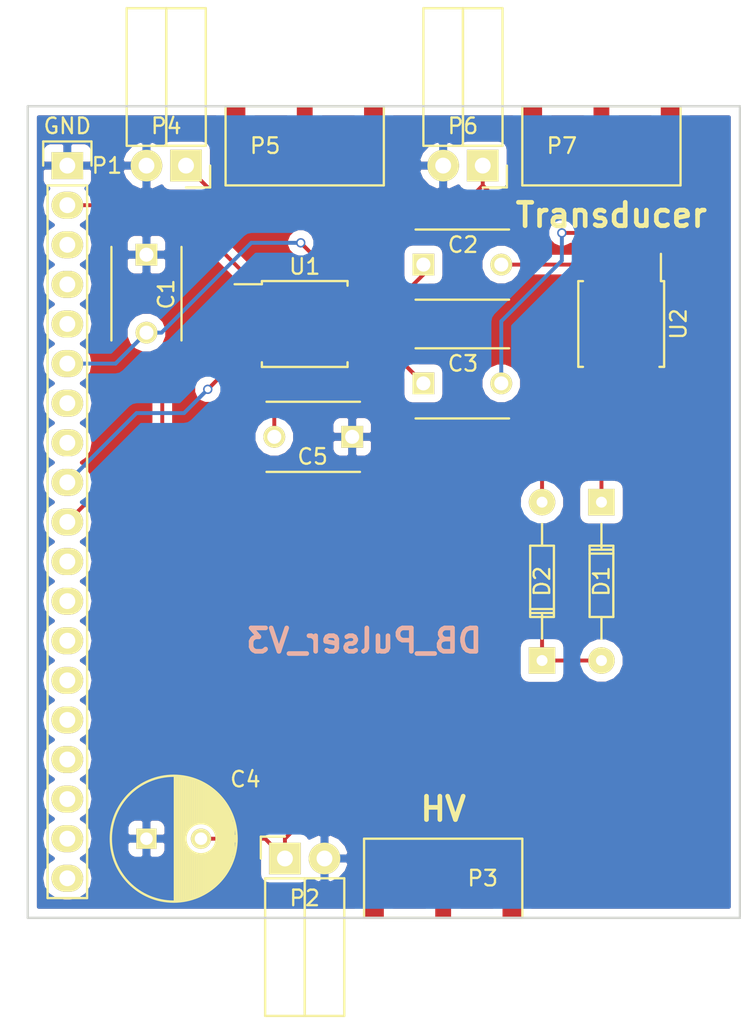
<source format=kicad_pcb>
(kicad_pcb (version 4) (host pcbnew 4.0.4+e1-6308~48~ubuntu16.04.1-stable)

  (general
    (links 37)
    (no_connects 0)
    (area 55.291667 71.724999 102.945001 137.825001)
    (thickness 1.6)
    (drawings 7)
    (tracks 83)
    (zones 0)
    (modules 16)
    (nets 14)
  )

  (page A4)
  (layers
    (0 F.Cu signal)
    (31 B.Cu signal)
    (32 B.Adhes user)
    (33 F.Adhes user)
    (34 B.Paste user)
    (35 F.Paste user)
    (36 B.SilkS user)
    (37 F.SilkS user)
    (38 B.Mask user)
    (39 F.Mask user)
    (40 Dwgs.User user)
    (41 Cmts.User user)
    (42 Eco1.User user)
    (43 Eco2.User user)
    (44 Edge.Cuts user)
    (45 Margin user)
    (46 B.CrtYd user)
    (47 F.CrtYd user)
    (48 B.Fab user)
    (49 F.Fab user)
  )

  (setup
    (last_trace_width 0.25)
    (trace_clearance 0.2)
    (zone_clearance 0.508)
    (zone_45_only no)
    (trace_min 0.2)
    (segment_width 0.2)
    (edge_width 0.15)
    (via_size 0.6)
    (via_drill 0.4)
    (via_min_size 0.4)
    (via_min_drill 0.3)
    (uvia_size 0.3)
    (uvia_drill 0.1)
    (uvias_allowed no)
    (uvia_min_size 0.2)
    (uvia_min_drill 0.1)
    (pcb_text_width 0.3)
    (pcb_text_size 1.5 1.5)
    (mod_edge_width 0.15)
    (mod_text_size 1 1)
    (mod_text_width 0.15)
    (pad_size 1.524 1.524)
    (pad_drill 0.762)
    (pad_to_mask_clearance 0.2)
    (aux_axis_origin 0 0)
    (visible_elements 7FFFFFFF)
    (pcbplotparams
      (layerselection 0x010f0_80000001)
      (usegerberextensions true)
      (excludeedgelayer true)
      (linewidth 0.100000)
      (plotframeref false)
      (viasonmask false)
      (mode 1)
      (useauxorigin false)
      (hpglpennumber 1)
      (hpglpenspeed 20)
      (hpglpendiameter 15)
      (hpglpenoverlay 2)
      (psnegative false)
      (psa4output false)
      (plotreference true)
      (plotvalue true)
      (plotinvisibletext false)
      (padsonsilk false)
      (subtractmaskfromsilk false)
      (outputformat 1)
      (mirror false)
      (drillshape 0)
      (scaleselection 1)
      (outputdirectory ../gerber/))
  )

  (net 0 "")
  (net 1 "Net-(C1-Pad2)")
  (net 2 "Net-(C2-Pad1)")
  (net 3 "Net-(C2-Pad2)")
  (net 4 "Net-(C3-Pad1)")
  (net 5 "Net-(C3-Pad2)")
  (net 6 "Net-(D1-Pad2)")
  (net 7 "Net-(D1-Pad1)")
  (net 8 "Net-(D2-Pad2)")
  (net 9 "Net-(C4-Pad2)")
  (net 10 GND)
  (net 11 "Net-(P1-Pad9)")
  (net 12 "Net-(P1-Pad10)")
  (net 13 "Net-(C5-Pad2)")

  (net_class Default "This is the default net class."
    (clearance 0.2)
    (trace_width 0.25)
    (via_dia 0.6)
    (via_drill 0.4)
    (uvia_dia 0.3)
    (uvia_drill 0.1)
    (add_net GND)
    (add_net "Net-(C1-Pad2)")
    (add_net "Net-(C2-Pad1)")
    (add_net "Net-(C2-Pad2)")
    (add_net "Net-(C3-Pad1)")
    (add_net "Net-(C3-Pad2)")
    (add_net "Net-(C4-Pad2)")
    (add_net "Net-(C5-Pad2)")
    (add_net "Net-(D1-Pad1)")
    (add_net "Net-(D1-Pad2)")
    (add_net "Net-(D2-Pad2)")
    (add_net "Net-(P1-Pad10)")
    (add_net "Net-(P1-Pad9)")
  )

  (module Echopen:C_TH_common placed (layer F.Cu) (tedit 57B463AA) (tstamp 57BDAA67)
    (at 64.77 88.265 270)
    (descr "Capacitor 6mm Disc, Pitch 5mm")
    (tags Capacitor)
    (path /57BDAAFD)
    (fp_text reference C1 (at 2.54 -1.27 270) (layer F.SilkS)
      (effects (font (size 1 1) (thickness 0.15)))
    )
    (fp_text value 470n (at 2.54 1.27 270) (layer F.Fab)
      (effects (font (size 1 1) (thickness 0.15)))
    )
    (fp_line (start -0.95 -2.5) (end 5.95 -2.5) (layer F.CrtYd) (width 0.05))
    (fp_line (start 5.95 -2.5) (end 5.95 2.5) (layer F.CrtYd) (width 0.05))
    (fp_line (start 5.95 2.5) (end -0.95 2.5) (layer F.CrtYd) (width 0.05))
    (fp_line (start -0.95 2.5) (end -0.95 -2.5) (layer F.CrtYd) (width 0.05))
    (fp_line (start -0.5 -2.25) (end 5.5 -2.25) (layer F.SilkS) (width 0.15))
    (fp_line (start 5.5 2.25) (end -0.5 2.25) (layer F.SilkS) (width 0.15))
    (pad 1 thru_hole rect (at 0 0 270) (size 1.4 1.4) (drill 0.9) (layers *.Cu *.Mask F.SilkS)
      (net 10 GND))
    (pad 2 thru_hole circle (at 5 0 270) (size 1.4 1.4) (drill 0.9) (layers *.Cu *.Mask F.SilkS)
      (net 1 "Net-(C1-Pad2)"))
    (model Capacitors_ThroughHole.3dshapes/C_Disc_D6_P5.wrl
      (at (xyz 0.098425 0 0))
      (scale (xyz 1 1 1))
      (rotate (xyz 0 0 0))
    )
  )

  (module Echopen:C_TH_common placed (layer F.Cu) (tedit 57B463AA) (tstamp 57BDAA6D)
    (at 82.55 88.9)
    (descr "Capacitor 6mm Disc, Pitch 5mm")
    (tags Capacitor)
    (path /57BDAEA8)
    (fp_text reference C2 (at 2.54 -1.27) (layer F.SilkS)
      (effects (font (size 1 1) (thickness 0.15)))
    )
    (fp_text value 10n (at 2.54 1.27) (layer F.Fab)
      (effects (font (size 1 1) (thickness 0.15)))
    )
    (fp_line (start -0.95 -2.5) (end 5.95 -2.5) (layer F.CrtYd) (width 0.05))
    (fp_line (start 5.95 -2.5) (end 5.95 2.5) (layer F.CrtYd) (width 0.05))
    (fp_line (start 5.95 2.5) (end -0.95 2.5) (layer F.CrtYd) (width 0.05))
    (fp_line (start -0.95 2.5) (end -0.95 -2.5) (layer F.CrtYd) (width 0.05))
    (fp_line (start -0.5 -2.25) (end 5.5 -2.25) (layer F.SilkS) (width 0.15))
    (fp_line (start 5.5 2.25) (end -0.5 2.25) (layer F.SilkS) (width 0.15))
    (pad 1 thru_hole rect (at 0 0) (size 1.4 1.4) (drill 0.9) (layers *.Cu *.Mask F.SilkS)
      (net 2 "Net-(C2-Pad1)"))
    (pad 2 thru_hole circle (at 5 0) (size 1.4 1.4) (drill 0.9) (layers *.Cu *.Mask F.SilkS)
      (net 3 "Net-(C2-Pad2)"))
    (model Capacitors_ThroughHole.3dshapes/C_Disc_D6_P5.wrl
      (at (xyz 0.098425 0 0))
      (scale (xyz 1 1 1))
      (rotate (xyz 0 0 0))
    )
  )

  (module Echopen:C_TH_common placed (layer F.Cu) (tedit 57B463AA) (tstamp 57BDAA73)
    (at 82.55 96.52)
    (descr "Capacitor 6mm Disc, Pitch 5mm")
    (tags Capacitor)
    (path /57BDAF3C)
    (fp_text reference C3 (at 2.54 -1.27) (layer F.SilkS)
      (effects (font (size 1 1) (thickness 0.15)))
    )
    (fp_text value 10n (at 2.54 1.27) (layer F.Fab)
      (effects (font (size 1 1) (thickness 0.15)))
    )
    (fp_line (start -0.95 -2.5) (end 5.95 -2.5) (layer F.CrtYd) (width 0.05))
    (fp_line (start 5.95 -2.5) (end 5.95 2.5) (layer F.CrtYd) (width 0.05))
    (fp_line (start 5.95 2.5) (end -0.95 2.5) (layer F.CrtYd) (width 0.05))
    (fp_line (start -0.95 2.5) (end -0.95 -2.5) (layer F.CrtYd) (width 0.05))
    (fp_line (start -0.5 -2.25) (end 5.5 -2.25) (layer F.SilkS) (width 0.15))
    (fp_line (start 5.5 2.25) (end -0.5 2.25) (layer F.SilkS) (width 0.15))
    (pad 1 thru_hole rect (at 0 0) (size 1.4 1.4) (drill 0.9) (layers *.Cu *.Mask F.SilkS)
      (net 4 "Net-(C3-Pad1)"))
    (pad 2 thru_hole circle (at 5 0) (size 1.4 1.4) (drill 0.9) (layers *.Cu *.Mask F.SilkS)
      (net 5 "Net-(C3-Pad2)"))
    (model Capacitors_ThroughHole.3dshapes/C_Disc_D6_P5.wrl
      (at (xyz 0.098425 0 0))
      (scale (xyz 1 1 1))
      (rotate (xyz 0 0 0))
    )
  )

  (module Echopen:SMA placed (layer F.Cu) (tedit 57B6CD4E) (tstamp 57BDAAA9)
    (at 83.82 128.27)
    (path /57BDB54A)
    (fp_text reference P3 (at 2.54 0) (layer F.SilkS)
      (effects (font (size 1 1) (thickness 0.15)))
    )
    (fp_text value SMA (at -2.54 0) (layer F.Fab)
      (effects (font (size 1 1) (thickness 0.15)))
    )
    (fp_line (start -5.08 -2.54) (end 5.08 -2.54) (layer F.SilkS) (width 0.15))
    (fp_line (start 5.08 -2.54) (end 5.08 2.54) (layer F.SilkS) (width 0.15))
    (fp_line (start 5.08 2.54) (end -5.08 2.54) (layer F.SilkS) (width 0.15))
    (fp_line (start -5.08 2.54) (end -5.08 -2.54) (layer F.SilkS) (width 0.15))
    (pad 2 smd rect (at -5.08 0) (size 1.27 5.08) (drill (offset 0.635 0)) (layers *.Paste *.Mask F.Cu)
      (net 10 GND))
    (pad 2 smd rect (at 5.08 0) (size 1.27 5.08) (drill (offset -0.635 0)) (layers *.Paste *.Mask F.Cu)
      (net 10 GND))
    (pad 1 smd rect (at 0 0) (size 1.016 5.08) (layers F.Cu F.Paste F.Mask)
      (net 9 "Net-(C4-Pad2)"))
    (model ../../../../../home/echopen/Bureau/GitHub/electronic/kicad/Librairy/3d/sma_90_r300.124.403.wrl
      (at (xyz 0 -0.15 0))
      (scale (xyz 0.9 0.9 0.9))
      (rotate (xyz 0 0 0))
    )
  )

  (module Echopen:SMA placed (layer F.Cu) (tedit 57B6CD4E) (tstamp 57BDAAB6)
    (at 74.93 81.28 180)
    (path /57BDB76C)
    (fp_text reference P5 (at 2.54 0 180) (layer F.SilkS)
      (effects (font (size 1 1) (thickness 0.15)))
    )
    (fp_text value SMA (at -2.54 0 180) (layer F.Fab)
      (effects (font (size 1 1) (thickness 0.15)))
    )
    (fp_line (start -5.08 -2.54) (end 5.08 -2.54) (layer F.SilkS) (width 0.15))
    (fp_line (start 5.08 -2.54) (end 5.08 2.54) (layer F.SilkS) (width 0.15))
    (fp_line (start 5.08 2.54) (end -5.08 2.54) (layer F.SilkS) (width 0.15))
    (fp_line (start -5.08 2.54) (end -5.08 -2.54) (layer F.SilkS) (width 0.15))
    (pad 2 smd rect (at -5.08 0 180) (size 1.27 5.08) (drill (offset 0.635 0)) (layers *.Paste *.Mask F.Cu)
      (net 10 GND))
    (pad 2 smd rect (at 5.08 0 180) (size 1.27 5.08) (drill (offset -0.635 0)) (layers *.Paste *.Mask F.Cu)
      (net 10 GND))
    (pad 1 smd rect (at 0 0 180) (size 1.016 5.08) (layers F.Cu F.Paste F.Mask)
      (net 6 "Net-(D1-Pad2)"))
    (model ../../../../../home/echopen/Bureau/GitHub/electronic/kicad/Librairy/3d/sma_90_r300.124.403.wrl
      (at (xyz 0 -0.15 0))
      (scale (xyz 0.9 0.9 0.9))
      (rotate (xyz 0 0 0))
    )
  )

  (module Echopen:SMA placed (layer F.Cu) (tedit 57B6CD4E) (tstamp 57BDAAC3)
    (at 93.98 81.28 180)
    (path /57BDB7ED)
    (fp_text reference P7 (at 2.54 0 180) (layer F.SilkS)
      (effects (font (size 1 1) (thickness 0.15)))
    )
    (fp_text value SMA (at -2.54 0 180) (layer F.Fab)
      (effects (font (size 1 1) (thickness 0.15)))
    )
    (fp_line (start -5.08 -2.54) (end 5.08 -2.54) (layer F.SilkS) (width 0.15))
    (fp_line (start 5.08 -2.54) (end 5.08 2.54) (layer F.SilkS) (width 0.15))
    (fp_line (start 5.08 2.54) (end -5.08 2.54) (layer F.SilkS) (width 0.15))
    (fp_line (start -5.08 2.54) (end -5.08 -2.54) (layer F.SilkS) (width 0.15))
    (pad 2 smd rect (at -5.08 0 180) (size 1.27 5.08) (drill (offset 0.635 0)) (layers *.Paste *.Mask F.Cu)
      (net 10 GND))
    (pad 2 smd rect (at 5.08 0 180) (size 1.27 5.08) (drill (offset -0.635 0)) (layers *.Paste *.Mask F.Cu)
      (net 10 GND))
    (pad 1 smd rect (at 0 0 180) (size 1.016 5.08) (layers F.Cu F.Paste F.Mask)
      (net 6 "Net-(D1-Pad2)"))
    (model ../../../../../home/echopen/Bureau/GitHub/electronic/kicad/Librairy/3d/sma_90_r300.124.403.wrl
      (at (xyz 0 -0.15 0))
      (scale (xyz 0.9 0.9 0.9))
      (rotate (xyz 0 0 0))
    )
  )

  (module Housings_SOIC:SOIJ-8_5.3x5.3mm_Pitch1.27mm placed (layer F.Cu) (tedit 54130A77) (tstamp 57BDAAE6)
    (at 74.93 92.71)
    (descr "8-Lead Plastic Small Outline (SM) - Medium, 5.28 mm Body [SOIC] (see Microchip Packaging Specification 00000049BS.pdf)")
    (tags "SOIC 1.27")
    (path /57BDA78D)
    (attr smd)
    (fp_text reference U1 (at 0 -3.68) (layer F.SilkS)
      (effects (font (size 1 1) (thickness 0.15)))
    )
    (fp_text value MD1211 (at 0 3.68) (layer F.Fab)
      (effects (font (size 1 1) (thickness 0.15)))
    )
    (fp_circle (center -2 -2) (end -2.25 -2) (layer F.Fab) (width 0.15))
    (fp_line (start -2.65 2.65) (end -2.65 -2.65) (layer F.Fab) (width 0.15))
    (fp_line (start 2.65 2.65) (end -2.65 2.65) (layer F.Fab) (width 0.15))
    (fp_line (start 2.65 -2.65) (end 2.65 2.65) (layer F.Fab) (width 0.15))
    (fp_line (start -2.65 -2.65) (end 2.65 -2.65) (layer F.Fab) (width 0.15))
    (fp_line (start -4.75 -2.95) (end -4.75 2.95) (layer F.CrtYd) (width 0.05))
    (fp_line (start 4.75 -2.95) (end 4.75 2.95) (layer F.CrtYd) (width 0.05))
    (fp_line (start -4.75 -2.95) (end 4.75 -2.95) (layer F.CrtYd) (width 0.05))
    (fp_line (start -4.75 2.95) (end 4.75 2.95) (layer F.CrtYd) (width 0.05))
    (fp_line (start -2.75 -2.755) (end -2.75 -2.55) (layer F.SilkS) (width 0.15))
    (fp_line (start 2.75 -2.755) (end 2.75 -2.455) (layer F.SilkS) (width 0.15))
    (fp_line (start 2.75 2.755) (end 2.75 2.455) (layer F.SilkS) (width 0.15))
    (fp_line (start -2.75 2.755) (end -2.75 2.455) (layer F.SilkS) (width 0.15))
    (fp_line (start -2.75 -2.755) (end 2.75 -2.755) (layer F.SilkS) (width 0.15))
    (fp_line (start -2.75 2.755) (end 2.75 2.755) (layer F.SilkS) (width 0.15))
    (fp_line (start -2.75 -2.55) (end -4.5 -2.55) (layer F.SilkS) (width 0.15))
    (pad 1 smd rect (at -3.65 -1.905) (size 1.7 0.65) (layers F.Cu F.Paste F.Mask)
      (net 13 "Net-(C5-Pad2)"))
    (pad 2 smd rect (at -3.65 -0.635) (size 1.7 0.65) (layers F.Cu F.Paste F.Mask)
      (net 12 "Net-(P1-Pad10)"))
    (pad 3 smd rect (at -3.65 0.635) (size 1.7 0.65) (layers F.Cu F.Paste F.Mask)
      (net 10 GND))
    (pad 4 smd rect (at -3.65 1.905) (size 1.7 0.65) (layers F.Cu F.Paste F.Mask)
      (net 11 "Net-(P1-Pad9)"))
    (pad 5 smd rect (at 3.65 1.905) (size 1.7 0.65) (layers F.Cu F.Paste F.Mask)
      (net 4 "Net-(C3-Pad1)"))
    (pad 6 smd rect (at 3.65 0.635) (size 1.7 0.65) (layers F.Cu F.Paste F.Mask)
      (net 1 "Net-(C1-Pad2)"))
    (pad 7 smd rect (at 3.65 -0.635) (size 1.7 0.65) (layers F.Cu F.Paste F.Mask)
      (net 2 "Net-(C2-Pad1)"))
    (pad 8 smd rect (at 3.65 -1.905) (size 1.7 0.65) (layers F.Cu F.Paste F.Mask)
      (net 1 "Net-(C1-Pad2)"))
    (model Housings_SOIC.3dshapes/SOIJ-8_5.3x5.3mm_Pitch1.27mm.wrl
      (at (xyz 0 0 0))
      (scale (xyz 1 1 1))
      (rotate (xyz 0 0 0))
    )
  )

  (module Housings_SOIC:SOIJ-8_5.3x5.3mm_Pitch1.27mm placed (layer F.Cu) (tedit 54130A77) (tstamp 57BDAAF2)
    (at 95.25 92.71 270)
    (descr "8-Lead Plastic Small Outline (SM) - Medium, 5.28 mm Body [SOIC] (see Microchip Packaging Specification 00000049BS.pdf)")
    (tags "SOIC 1.27")
    (path /57BDA7E6)
    (attr smd)
    (fp_text reference U2 (at 0 -3.68 270) (layer F.SilkS)
      (effects (font (size 1 1) (thickness 0.15)))
    )
    (fp_text value TC6320 (at 0 3.68 270) (layer F.Fab)
      (effects (font (size 1 1) (thickness 0.15)))
    )
    (fp_circle (center -2 -2) (end -2.25 -2) (layer F.Fab) (width 0.15))
    (fp_line (start -2.65 2.65) (end -2.65 -2.65) (layer F.Fab) (width 0.15))
    (fp_line (start 2.65 2.65) (end -2.65 2.65) (layer F.Fab) (width 0.15))
    (fp_line (start 2.65 -2.65) (end 2.65 2.65) (layer F.Fab) (width 0.15))
    (fp_line (start -2.65 -2.65) (end 2.65 -2.65) (layer F.Fab) (width 0.15))
    (fp_line (start -4.75 -2.95) (end -4.75 2.95) (layer F.CrtYd) (width 0.05))
    (fp_line (start 4.75 -2.95) (end 4.75 2.95) (layer F.CrtYd) (width 0.05))
    (fp_line (start -4.75 -2.95) (end 4.75 -2.95) (layer F.CrtYd) (width 0.05))
    (fp_line (start -4.75 2.95) (end 4.75 2.95) (layer F.CrtYd) (width 0.05))
    (fp_line (start -2.75 -2.755) (end -2.75 -2.55) (layer F.SilkS) (width 0.15))
    (fp_line (start 2.75 -2.755) (end 2.75 -2.455) (layer F.SilkS) (width 0.15))
    (fp_line (start 2.75 2.755) (end 2.75 2.455) (layer F.SilkS) (width 0.15))
    (fp_line (start -2.75 2.755) (end -2.75 2.455) (layer F.SilkS) (width 0.15))
    (fp_line (start -2.75 -2.755) (end 2.75 -2.755) (layer F.SilkS) (width 0.15))
    (fp_line (start -2.75 2.755) (end 2.75 2.755) (layer F.SilkS) (width 0.15))
    (fp_line (start -2.75 -2.55) (end -4.5 -2.55) (layer F.SilkS) (width 0.15))
    (pad 1 smd rect (at -3.65 -1.905 270) (size 1.7 0.65) (layers F.Cu F.Paste F.Mask)
      (net 9 "Net-(C4-Pad2)"))
    (pad 2 smd rect (at -3.65 -0.635 270) (size 1.7 0.65) (layers F.Cu F.Paste F.Mask)
      (net 5 "Net-(C3-Pad2)"))
    (pad 3 smd rect (at -3.65 0.635 270) (size 1.7 0.65) (layers F.Cu F.Paste F.Mask)
      (net 10 GND))
    (pad 4 smd rect (at -3.65 1.905 270) (size 1.7 0.65) (layers F.Cu F.Paste F.Mask)
      (net 3 "Net-(C2-Pad2)"))
    (pad 5 smd rect (at 3.65 1.905 270) (size 1.7 0.65) (layers F.Cu F.Paste F.Mask)
      (net 8 "Net-(D2-Pad2)"))
    (pad 6 smd rect (at 3.65 0.635 270) (size 1.7 0.65) (layers F.Cu F.Paste F.Mask)
      (net 8 "Net-(D2-Pad2)"))
    (pad 7 smd rect (at 3.65 -0.635 270) (size 1.7 0.65) (layers F.Cu F.Paste F.Mask)
      (net 7 "Net-(D1-Pad1)"))
    (pad 8 smd rect (at 3.65 -1.905 270) (size 1.7 0.65) (layers F.Cu F.Paste F.Mask)
      (net 7 "Net-(D1-Pad1)"))
    (model Housings_SOIC.3dshapes/SOIJ-8_5.3x5.3mm_Pitch1.27mm.wrl
      (at (xyz 0 0 0))
      (scale (xyz 1 1 1))
      (rotate (xyz 0 0 0))
    )
  )

  (module Echopen:CP_TH_common (layer F.Cu) (tedit 57B58060) (tstamp 57BDAD98)
    (at 64.77 125.73)
    (descr "Radial Electrolytic Capacitor Diameter 8mm x Length 11.5mm, Pitch 3.5mm")
    (tags "Electrolytic Capacitor")
    (path /57BDC3C6)
    (fp_text reference C4 (at 6.35 -3.81) (layer F.SilkS)
      (effects (font (size 1 1) (thickness 0.15)))
    )
    (fp_text value "33u (150V)" (at 1.27 1.905) (layer F.Fab)
      (effects (font (size 1 1) (thickness 0.15)))
    )
    (fp_line (start 1.825 -3.999) (end 1.825 3.999) (layer F.SilkS) (width 0.15))
    (fp_line (start 1.965 -3.994) (end 1.965 3.994) (layer F.SilkS) (width 0.15))
    (fp_line (start 2.105 -3.984) (end 2.105 3.984) (layer F.SilkS) (width 0.15))
    (fp_line (start 2.245 -3.969) (end 2.245 3.969) (layer F.SilkS) (width 0.15))
    (fp_line (start 2.385 -3.949) (end 2.385 3.949) (layer F.SilkS) (width 0.15))
    (fp_line (start 2.525 -3.924) (end 2.525 -0.222) (layer F.SilkS) (width 0.15))
    (fp_line (start 2.525 0.222) (end 2.525 3.924) (layer F.SilkS) (width 0.15))
    (fp_line (start 2.665 -3.894) (end 2.665 -0.55) (layer F.SilkS) (width 0.15))
    (fp_line (start 2.665 0.55) (end 2.665 3.894) (layer F.SilkS) (width 0.15))
    (fp_line (start 2.805 -3.858) (end 2.805 -0.719) (layer F.SilkS) (width 0.15))
    (fp_line (start 2.805 0.719) (end 2.805 3.858) (layer F.SilkS) (width 0.15))
    (fp_line (start 2.945 -3.817) (end 2.945 -0.832) (layer F.SilkS) (width 0.15))
    (fp_line (start 2.945 0.832) (end 2.945 3.817) (layer F.SilkS) (width 0.15))
    (fp_line (start 3.085 -3.771) (end 3.085 -0.91) (layer F.SilkS) (width 0.15))
    (fp_line (start 3.085 0.91) (end 3.085 3.771) (layer F.SilkS) (width 0.15))
    (fp_line (start 3.225 -3.718) (end 3.225 -0.961) (layer F.SilkS) (width 0.15))
    (fp_line (start 3.225 0.961) (end 3.225 3.718) (layer F.SilkS) (width 0.15))
    (fp_line (start 3.365 -3.659) (end 3.365 -0.991) (layer F.SilkS) (width 0.15))
    (fp_line (start 3.365 0.991) (end 3.365 3.659) (layer F.SilkS) (width 0.15))
    (fp_line (start 3.505 -3.594) (end 3.505 -1) (layer F.SilkS) (width 0.15))
    (fp_line (start 3.505 1) (end 3.505 3.594) (layer F.SilkS) (width 0.15))
    (fp_line (start 3.645 -3.523) (end 3.645 -0.989) (layer F.SilkS) (width 0.15))
    (fp_line (start 3.645 0.989) (end 3.645 3.523) (layer F.SilkS) (width 0.15))
    (fp_line (start 3.785 -3.444) (end 3.785 -0.959) (layer F.SilkS) (width 0.15))
    (fp_line (start 3.785 0.959) (end 3.785 3.444) (layer F.SilkS) (width 0.15))
    (fp_line (start 3.925 -3.357) (end 3.925 -0.905) (layer F.SilkS) (width 0.15))
    (fp_line (start 3.925 0.905) (end 3.925 3.357) (layer F.SilkS) (width 0.15))
    (fp_line (start 4.065 -3.262) (end 4.065 -0.825) (layer F.SilkS) (width 0.15))
    (fp_line (start 4.065 0.825) (end 4.065 3.262) (layer F.SilkS) (width 0.15))
    (fp_line (start 4.205 -3.158) (end 4.205 -0.709) (layer F.SilkS) (width 0.15))
    (fp_line (start 4.205 0.709) (end 4.205 3.158) (layer F.SilkS) (width 0.15))
    (fp_line (start 4.345 -3.044) (end 4.345 -0.535) (layer F.SilkS) (width 0.15))
    (fp_line (start 4.345 0.535) (end 4.345 3.044) (layer F.SilkS) (width 0.15))
    (fp_line (start 4.485 -2.919) (end 4.485 -0.173) (layer F.SilkS) (width 0.15))
    (fp_line (start 4.485 0.173) (end 4.485 2.919) (layer F.SilkS) (width 0.15))
    (fp_line (start 4.625 -2.781) (end 4.625 2.781) (layer F.SilkS) (width 0.15))
    (fp_line (start 4.765 -2.629) (end 4.765 2.629) (layer F.SilkS) (width 0.15))
    (fp_line (start 4.905 -2.459) (end 4.905 2.459) (layer F.SilkS) (width 0.15))
    (fp_line (start 5.045 -2.268) (end 5.045 2.268) (layer F.SilkS) (width 0.15))
    (fp_line (start 5.185 -2.05) (end 5.185 2.05) (layer F.SilkS) (width 0.15))
    (fp_line (start 5.325 -1.794) (end 5.325 1.794) (layer F.SilkS) (width 0.15))
    (fp_line (start 5.465 -1.483) (end 5.465 1.483) (layer F.SilkS) (width 0.15))
    (fp_line (start 5.605 -1.067) (end 5.605 1.067) (layer F.SilkS) (width 0.15))
    (fp_line (start 5.745 -0.2) (end 5.745 0.2) (layer F.SilkS) (width 0.15))
    (fp_circle (center 3.5 0) (end 3.5 -1) (layer F.SilkS) (width 0.15))
    (fp_circle (center 1.75 0) (end 1.75 -4.0375) (layer F.SilkS) (width 0.15))
    (fp_circle (center 1.75 0) (end 1.75 -4.3) (layer F.CrtYd) (width 0.05))
    (pad 2 thru_hole circle (at 3.5 0) (size 1.3 1.3) (drill 0.8) (layers *.Cu *.Mask F.SilkS)
      (net 9 "Net-(C4-Pad2)"))
    (pad 1 thru_hole rect (at 0 0) (size 1.3 1.3) (drill 0.8) (layers *.Cu *.Mask F.SilkS)
      (net 10 GND))
    (model Capacitors_ThroughHole.3dshapes/C_Radial_D8_L11.5_P3.5.wrl
      (at (xyz 0 0 0))
      (scale (xyz 1 1 1))
      (rotate (xyz 0 0 0))
    )
  )

  (module Socket_Strips:Socket_Strip_Angled_1x02 (layer F.Cu) (tedit 57BDAFDD) (tstamp 57BDAE2C)
    (at 73.66 127)
    (descr "Through hole socket strip")
    (tags "socket strip")
    (path /57BDB414)
    (fp_text reference P2 (at 1.27 2.54) (layer F.SilkS)
      (effects (font (size 1 1) (thickness 0.15)))
    )
    (fp_text value CONN_01X02 (at 0 -2.75) (layer F.Fab)
      (effects (font (size 1 1) (thickness 0.15)))
    )
    (fp_line (start -1.75 -1.5) (end -1.75 10.6) (layer F.CrtYd) (width 0.05))
    (fp_line (start 4.3 -1.5) (end 4.3 10.6) (layer F.CrtYd) (width 0.05))
    (fp_line (start -1.75 -1.5) (end 4.3 -1.5) (layer F.CrtYd) (width 0.05))
    (fp_line (start -1.75 10.6) (end 4.3 10.6) (layer F.CrtYd) (width 0.05))
    (fp_line (start 3.81 10.1) (end 3.81 1.27) (layer F.SilkS) (width 0.15))
    (fp_line (start 1.27 10.1) (end 3.81 10.1) (layer F.SilkS) (width 0.15))
    (fp_line (start 1.27 1.27) (end 1.27 10.1) (layer F.SilkS) (width 0.15))
    (fp_line (start 1.27 1.27) (end 3.81 1.27) (layer F.SilkS) (width 0.15))
    (fp_line (start -1.27 1.27) (end 1.27 1.27) (layer F.SilkS) (width 0.15))
    (fp_line (start 0 -1.4) (end -1.55 -1.4) (layer F.SilkS) (width 0.15))
    (fp_line (start -1.55 -1.4) (end -1.55 0) (layer F.SilkS) (width 0.15))
    (fp_line (start -1.27 1.27) (end -1.27 10.1) (layer F.SilkS) (width 0.15))
    (fp_line (start -1.27 10.1) (end 1.27 10.1) (layer F.SilkS) (width 0.15))
    (fp_line (start 1.27 10.1) (end 1.27 1.27) (layer F.SilkS) (width 0.15))
    (pad 1 thru_hole rect (at 0 0) (size 2.032 2.032) (drill 1.016) (layers *.Cu *.Mask F.SilkS)
      (net 9 "Net-(C4-Pad2)"))
    (pad 2 thru_hole oval (at 2.54 0) (size 2.032 2.032) (drill 1.016) (layers *.Cu *.Mask F.SilkS)
      (net 10 GND))
    (model Socket_Strips.3dshapes/Socket_Strip_Angled_1x02.wrl
      (at (xyz 0.05 0 0))
      (scale (xyz 1 1 1))
      (rotate (xyz 0 0 180))
    )
  )

  (module Socket_Strips:Socket_Strip_Angled_1x02 (layer F.Cu) (tedit 57BDAFD3) (tstamp 57BDAE31)
    (at 67.31 82.55 180)
    (descr "Through hole socket strip")
    (tags "socket strip")
    (path /57BDB483)
    (fp_text reference P4 (at 1.27 2.54 180) (layer F.SilkS)
      (effects (font (size 1 1) (thickness 0.15)))
    )
    (fp_text value CONN_01X02 (at 0 -2.75 180) (layer F.Fab)
      (effects (font (size 1 1) (thickness 0.15)))
    )
    (fp_line (start -1.75 -1.5) (end -1.75 10.6) (layer F.CrtYd) (width 0.05))
    (fp_line (start 4.3 -1.5) (end 4.3 10.6) (layer F.CrtYd) (width 0.05))
    (fp_line (start -1.75 -1.5) (end 4.3 -1.5) (layer F.CrtYd) (width 0.05))
    (fp_line (start -1.75 10.6) (end 4.3 10.6) (layer F.CrtYd) (width 0.05))
    (fp_line (start 3.81 10.1) (end 3.81 1.27) (layer F.SilkS) (width 0.15))
    (fp_line (start 1.27 10.1) (end 3.81 10.1) (layer F.SilkS) (width 0.15))
    (fp_line (start 1.27 1.27) (end 1.27 10.1) (layer F.SilkS) (width 0.15))
    (fp_line (start 1.27 1.27) (end 3.81 1.27) (layer F.SilkS) (width 0.15))
    (fp_line (start -1.27 1.27) (end 1.27 1.27) (layer F.SilkS) (width 0.15))
    (fp_line (start 0 -1.4) (end -1.55 -1.4) (layer F.SilkS) (width 0.15))
    (fp_line (start -1.55 -1.4) (end -1.55 0) (layer F.SilkS) (width 0.15))
    (fp_line (start -1.27 1.27) (end -1.27 10.1) (layer F.SilkS) (width 0.15))
    (fp_line (start -1.27 10.1) (end 1.27 10.1) (layer F.SilkS) (width 0.15))
    (fp_line (start 1.27 10.1) (end 1.27 1.27) (layer F.SilkS) (width 0.15))
    (pad 1 thru_hole rect (at 0 0 180) (size 2.032 2.032) (drill 1.016) (layers *.Cu *.Mask F.SilkS)
      (net 6 "Net-(D1-Pad2)"))
    (pad 2 thru_hole oval (at 2.54 0 180) (size 2.032 2.032) (drill 1.016) (layers *.Cu *.Mask F.SilkS)
      (net 10 GND))
    (model Socket_Strips.3dshapes/Socket_Strip_Angled_1x02.wrl
      (at (xyz 0.05 0 0))
      (scale (xyz 1 1 1))
      (rotate (xyz 0 0 180))
    )
  )

  (module Socket_Strips:Socket_Strip_Angled_1x02 (layer F.Cu) (tedit 57BDAFD8) (tstamp 57BDAE36)
    (at 86.36 82.55 180)
    (descr "Through hole socket strip")
    (tags "socket strip")
    (path /57BDB501)
    (fp_text reference P6 (at 1.27 2.54 180) (layer F.SilkS)
      (effects (font (size 1 1) (thickness 0.15)))
    )
    (fp_text value CONN_01X02 (at 0 -2.75 180) (layer F.Fab)
      (effects (font (size 1 1) (thickness 0.15)))
    )
    (fp_line (start -1.75 -1.5) (end -1.75 10.6) (layer F.CrtYd) (width 0.05))
    (fp_line (start 4.3 -1.5) (end 4.3 10.6) (layer F.CrtYd) (width 0.05))
    (fp_line (start -1.75 -1.5) (end 4.3 -1.5) (layer F.CrtYd) (width 0.05))
    (fp_line (start -1.75 10.6) (end 4.3 10.6) (layer F.CrtYd) (width 0.05))
    (fp_line (start 3.81 10.1) (end 3.81 1.27) (layer F.SilkS) (width 0.15))
    (fp_line (start 1.27 10.1) (end 3.81 10.1) (layer F.SilkS) (width 0.15))
    (fp_line (start 1.27 1.27) (end 1.27 10.1) (layer F.SilkS) (width 0.15))
    (fp_line (start 1.27 1.27) (end 3.81 1.27) (layer F.SilkS) (width 0.15))
    (fp_line (start -1.27 1.27) (end 1.27 1.27) (layer F.SilkS) (width 0.15))
    (fp_line (start 0 -1.4) (end -1.55 -1.4) (layer F.SilkS) (width 0.15))
    (fp_line (start -1.55 -1.4) (end -1.55 0) (layer F.SilkS) (width 0.15))
    (fp_line (start -1.27 1.27) (end -1.27 10.1) (layer F.SilkS) (width 0.15))
    (fp_line (start -1.27 10.1) (end 1.27 10.1) (layer F.SilkS) (width 0.15))
    (fp_line (start 1.27 10.1) (end 1.27 1.27) (layer F.SilkS) (width 0.15))
    (pad 1 thru_hole rect (at 0 0 180) (size 2.032 2.032) (drill 1.016) (layers *.Cu *.Mask F.SilkS)
      (net 6 "Net-(D1-Pad2)"))
    (pad 2 thru_hole oval (at 2.54 0 180) (size 2.032 2.032) (drill 1.016) (layers *.Cu *.Mask F.SilkS)
      (net 10 GND))
    (model Socket_Strips.3dshapes/Socket_Strip_Angled_1x02.wrl
      (at (xyz 0.05 0 0))
      (scale (xyz 1 1 1))
      (rotate (xyz 0 0 180))
    )
  )

  (module Echopen:C_TH_common (layer F.Cu) (tedit 57B463AA) (tstamp 57FE4188)
    (at 77.978 99.949 180)
    (descr "Capacitor 6mm Disc, Pitch 5mm")
    (tags Capacitor)
    (path /57FE4AD5)
    (fp_text reference C5 (at 2.54 -1.27 180) (layer F.SilkS)
      (effects (font (size 1 1) (thickness 0.15)))
    )
    (fp_text value 1u (at 2.54 1.27 180) (layer F.Fab)
      (effects (font (size 1 1) (thickness 0.15)))
    )
    (fp_line (start -0.95 -2.5) (end 5.95 -2.5) (layer F.CrtYd) (width 0.05))
    (fp_line (start 5.95 -2.5) (end 5.95 2.5) (layer F.CrtYd) (width 0.05))
    (fp_line (start 5.95 2.5) (end -0.95 2.5) (layer F.CrtYd) (width 0.05))
    (fp_line (start -0.95 2.5) (end -0.95 -2.5) (layer F.CrtYd) (width 0.05))
    (fp_line (start -0.5 -2.25) (end 5.5 -2.25) (layer F.SilkS) (width 0.15))
    (fp_line (start 5.5 2.25) (end -0.5 2.25) (layer F.SilkS) (width 0.15))
    (pad 1 thru_hole rect (at 0 0 180) (size 1.4 1.4) (drill 0.9) (layers *.Cu *.Mask F.SilkS)
      (net 10 GND))
    (pad 2 thru_hole circle (at 5 0 180) (size 1.4 1.4) (drill 0.9) (layers *.Cu *.Mask F.SilkS)
      (net 13 "Net-(C5-Pad2)"))
    (model Capacitors_ThroughHole.3dshapes/C_Disc_D6_P5.wrl
      (at (xyz 0.098425 0 0))
      (scale (xyz 1 1 1))
      (rotate (xyz 0 0 0))
    )
  )

  (module Echopen:Header_pin_angled_1x19 (layer F.Cu) (tedit 57FE46FD) (tstamp 57BDAA9C)
    (at 59.69 105.41)
    (descr "Through hole socket strip")
    (tags "socket strip")
    (path /57BDA650)
    (fp_text reference P1 (at 2.54 -22.86) (layer F.SilkS)
      (effects (font (size 1 1) (thickness 0.15)))
    )
    (fp_text value CONN_01X19 (at 0.635 26.035) (layer F.Fab)
      (effects (font (size 1 1) (thickness 0.15)))
    )
    (fp_text user GND (at 0 -25.4) (layer F.SilkS)
      (effects (font (size 1 1) (thickness 0.15)))
    )
    (fp_line (start 1.75 -24.61) (end -1.75 -24.61) (layer F.CrtYd) (width 0.05))
    (fp_line (start 1.75 24.64) (end -1.75 24.64) (layer F.CrtYd) (width 0.05))
    (fp_line (start 1.75 -24.61) (end 1.75 24.64) (layer F.CrtYd) (width 0.05))
    (fp_line (start -1.75 -24.61) (end -1.75 24.64) (layer F.CrtYd) (width 0.05))
    (fp_line (start -1.27 -21.59) (end -1.27 24.13) (layer F.SilkS) (width 0.15))
    (fp_line (start -1.27 24.13) (end 1.27 24.13) (layer F.SilkS) (width 0.15))
    (fp_line (start 1.27 24.13) (end 1.27 -21.59) (layer F.SilkS) (width 0.15))
    (fp_line (start -1.55 -24.41) (end -1.55 -22.86) (layer F.SilkS) (width 0.15))
    (fp_line (start -1.27 -21.59) (end 1.27 -21.59) (layer F.SilkS) (width 0.15))
    (fp_line (start 1.55 -22.86) (end 1.55 -24.41) (layer F.SilkS) (width 0.15))
    (fp_line (start 1.55 -24.41) (end -1.55 -24.41) (layer F.SilkS) (width 0.15))
    (pad 1 thru_hole rect (at 0 -22.86 270) (size 1.7272 2.032) (drill 1.016) (layers *.Cu *.Mask F.SilkS)
      (net 10 GND))
    (pad 2 thru_hole oval (at 0 -20.32 270) (size 1.7272 2.032) (drill 1.016) (layers *.Cu *.Mask F.SilkS)
      (net 13 "Net-(C5-Pad2)"))
    (pad 3 thru_hole oval (at 0 -17.78 270) (size 1.7272 2.032) (drill 1.016) (layers *.Cu *.Mask F.SilkS))
    (pad 4 thru_hole oval (at 0 -15.24 270) (size 1.7272 2.032) (drill 1.016) (layers *.Cu *.Mask F.SilkS))
    (pad 5 thru_hole oval (at 0 -12.7 270) (size 1.7272 2.032) (drill 1.016) (layers *.Cu *.Mask F.SilkS))
    (pad 6 thru_hole oval (at 0 -10.16 270) (size 1.7272 2.032) (drill 1.016) (layers *.Cu *.Mask F.SilkS)
      (net 1 "Net-(C1-Pad2)"))
    (pad 7 thru_hole oval (at 0 -7.62 270) (size 1.7272 2.032) (drill 1.016) (layers *.Cu *.Mask F.SilkS))
    (pad 8 thru_hole oval (at 0 -5.08 270) (size 1.7272 2.032) (drill 1.016) (layers *.Cu *.Mask F.SilkS))
    (pad 9 thru_hole oval (at 0 -2.54 270) (size 1.7272 2.032) (drill 1.016) (layers *.Cu *.Mask F.SilkS)
      (net 11 "Net-(P1-Pad9)"))
    (pad 10 thru_hole oval (at 0 0 270) (size 1.7272 2.032) (drill 1.016) (layers *.Cu *.Mask F.SilkS)
      (net 12 "Net-(P1-Pad10)"))
    (pad 11 thru_hole oval (at 0 2.54 270) (size 1.7272 2.032) (drill 1.016) (layers *.Cu *.Mask F.SilkS))
    (pad 12 thru_hole oval (at 0 5.08 270) (size 1.7272 2.032) (drill 1.016) (layers *.Cu *.Mask F.SilkS))
    (pad 13 thru_hole oval (at 0 7.62 270) (size 1.7272 2.032) (drill 1.016) (layers *.Cu *.Mask F.SilkS))
    (pad 14 thru_hole oval (at 0 10.16 270) (size 1.7272 2.032) (drill 1.016) (layers *.Cu *.Mask F.SilkS))
    (pad 15 thru_hole oval (at 0 12.7 270) (size 1.7272 2.032) (drill 1.016) (layers *.Cu *.Mask F.SilkS))
    (pad 16 thru_hole oval (at 0 15.24 270) (size 1.7272 2.032) (drill 1.016) (layers *.Cu *.Mask F.SilkS))
    (pad 17 thru_hole oval (at 0 17.78 270) (size 1.7272 2.032) (drill 1.016) (layers *.Cu *.Mask F.SilkS))
    (pad 18 thru_hole oval (at 0 20.32 270) (size 1.7272 2.032) (drill 1.016) (layers *.Cu *.Mask F.SilkS))
    (pad 19 thru_hole oval (at 0 22.86 270) (size 1.7272 2.032) (drill 1.016) (layers *.Cu *.Mask F.SilkS))
    (model Pin_Headers.3dshapes/Pin_Header_Angled_1x19.wrl
      (at (xyz 0 0 0))
      (scale (xyz 1 1 1))
      (rotate (xyz 0 0 -90))
    )
  )

  (module Echopen:D_TH_common (layer F.Cu) (tedit 580DD903) (tstamp 57BDAA7F)
    (at 90.17 114.3 90)
    (descr "Diode, DO-35,  SOD27, Horizontal, RM 10mm")
    (tags "Diode, DO-35, SOD27, Horizontal, RM 10mm, 1N4148,")
    (path /57BDB1B7)
    (fp_text reference D2 (at 5.08 0 90) (layer F.SilkS)
      (effects (font (size 1 1) (thickness 0.15)))
    )
    (fp_text value 1N4148 (at 5.08 1.27 90) (layer F.Fab)
      (effects (font (size 1 1) (thickness 0.15)))
    )
    (fp_line (start 7.36652 -0.00254) (end 8.76352 -0.00254) (layer F.SilkS) (width 0.15))
    (fp_line (start 2.92152 -0.00254) (end 1.39752 -0.00254) (layer F.SilkS) (width 0.15))
    (fp_line (start 3.30252 -0.76454) (end 3.30252 0.75946) (layer F.SilkS) (width 0.15))
    (fp_line (start 3.04852 -0.76454) (end 3.04852 0.75946) (layer F.SilkS) (width 0.15))
    (fp_line (start 2.79452 -0.00254) (end 2.79452 0.75946) (layer F.SilkS) (width 0.15))
    (fp_line (start 2.79452 0.75946) (end 7.36652 0.75946) (layer F.SilkS) (width 0.15))
    (fp_line (start 7.36652 0.75946) (end 7.36652 -0.76454) (layer F.SilkS) (width 0.15))
    (fp_line (start 7.36652 -0.76454) (end 2.79452 -0.76454) (layer F.SilkS) (width 0.15))
    (fp_line (start 2.79452 -0.76454) (end 2.79452 -0.00254) (layer F.SilkS) (width 0.15))
    (pad 2 thru_hole circle (at 10.16052 -0.00254 270) (size 1.69926 1.69926) (drill 0.70104) (layers *.Cu *.Mask F.SilkS)
      (net 8 "Net-(D2-Pad2)"))
    (pad 1 thru_hole rect (at 0.00052 -0.00254 270) (size 1.69926 1.69926) (drill 0.70104) (layers *.Cu *.Mask F.SilkS)
      (net 6 "Net-(D1-Pad2)"))
    (model Diodes_ThroughHole.3dshapes/Diode_DO-35_SOD27_Horizontal_RM10.wrl
      (at (xyz 0.2 0 0))
      (scale (xyz 0.4 0.4 0.4))
      (rotate (xyz 0 0 180))
    )
  )

  (module Echopen:D_TH_common (layer F.Cu) (tedit 580DD903) (tstamp 57BDAA79)
    (at 93.98 104.14 270)
    (descr "Diode, DO-35,  SOD27, Horizontal, RM 10mm")
    (tags "Diode, DO-35, SOD27, Horizontal, RM 10mm, 1N4148,")
    (path /57BDB158)
    (fp_text reference D1 (at 5.08 0 270) (layer F.SilkS)
      (effects (font (size 1 1) (thickness 0.15)))
    )
    (fp_text value 1N4148 (at 5.08 1.27 270) (layer F.Fab)
      (effects (font (size 1 1) (thickness 0.15)))
    )
    (fp_line (start 7.36652 -0.00254) (end 8.76352 -0.00254) (layer F.SilkS) (width 0.15))
    (fp_line (start 2.92152 -0.00254) (end 1.39752 -0.00254) (layer F.SilkS) (width 0.15))
    (fp_line (start 3.30252 -0.76454) (end 3.30252 0.75946) (layer F.SilkS) (width 0.15))
    (fp_line (start 3.04852 -0.76454) (end 3.04852 0.75946) (layer F.SilkS) (width 0.15))
    (fp_line (start 2.79452 -0.00254) (end 2.79452 0.75946) (layer F.SilkS) (width 0.15))
    (fp_line (start 2.79452 0.75946) (end 7.36652 0.75946) (layer F.SilkS) (width 0.15))
    (fp_line (start 7.36652 0.75946) (end 7.36652 -0.76454) (layer F.SilkS) (width 0.15))
    (fp_line (start 7.36652 -0.76454) (end 2.79452 -0.76454) (layer F.SilkS) (width 0.15))
    (fp_line (start 2.79452 -0.76454) (end 2.79452 -0.00254) (layer F.SilkS) (width 0.15))
    (pad 2 thru_hole circle (at 10.16052 -0.00254 90) (size 1.69926 1.69926) (drill 0.70104) (layers *.Cu *.Mask F.SilkS)
      (net 6 "Net-(D1-Pad2)"))
    (pad 1 thru_hole rect (at 0.00052 -0.00254 90) (size 1.69926 1.69926) (drill 0.70104) (layers *.Cu *.Mask F.SilkS)
      (net 7 "Net-(D1-Pad1)"))
    (model Diodes_ThroughHole.3dshapes/Diode_DO-35_SOD27_Horizontal_RM10.wrl
      (at (xyz 0.2 0 0))
      (scale (xyz 0.4 0.4 0.4))
      (rotate (xyz 0 0 180))
    )
  )

  (gr_line (start 102.87 78.74) (end 57.15 78.74) (angle 90) (layer Edge.Cuts) (width 0.15))
  (gr_line (start 102.87 130.81) (end 102.87 78.74) (angle 90) (layer Edge.Cuts) (width 0.15))
  (gr_line (start 57.15 130.81) (end 102.87 130.81) (angle 90) (layer Edge.Cuts) (width 0.15))
  (gr_text DB_Pulser_V3 (at 78.74 113.03) (layer B.SilkS)
    (effects (font (size 1.5 1.5) (thickness 0.3)) (justify mirror))
  )
  (gr_text Transducer (at 94.615 85.725) (layer F.SilkS)
    (effects (font (size 1.5 1.5) (thickness 0.3)))
  )
  (gr_text HV (at 83.82 123.825) (layer F.SilkS)
    (effects (font (size 1.5 1.5) (thickness 0.3)))
  )
  (gr_line (start 57.15 78.74) (end 57.15 130.81) (angle 90) (layer Edge.Cuts) (width 0.15))

  (segment (start 78.58 90.805) (end 76.962 90.805) (width 0.25) (layer F.Cu) (net 1))
  (segment (start 77.216 93.345) (end 78.58 93.345) (width 0.25) (layer F.Cu) (net 1) (tstamp 57FE3F5A))
  (segment (start 76.2 92.329) (end 77.216 93.345) (width 0.25) (layer F.Cu) (net 1) (tstamp 57FE3F59))
  (segment (start 76.2 91.567) (end 76.2 92.329) (width 0.25) (layer F.Cu) (net 1) (tstamp 57FE3F58))
  (segment (start 76.962 90.805) (end 76.2 91.567) (width 0.25) (layer F.Cu) (net 1) (tstamp 57FE3F57))
  (segment (start 64.77 93.265) (end 65.739 93.265) (width 0.25) (layer B.Cu) (net 1))
  (segment (start 74.676 87.503) (end 77.978 90.805) (width 0.25) (layer F.Cu) (net 1) (tstamp 57FE3F53))
  (via (at 74.676 87.503) (size 0.6) (drill 0.4) (layers F.Cu B.Cu) (net 1))
  (segment (start 71.501 87.503) (end 74.676 87.503) (width 0.25) (layer B.Cu) (net 1) (tstamp 57FE3F4F))
  (segment (start 65.739 93.265) (end 71.501 87.503) (width 0.25) (layer B.Cu) (net 1) (tstamp 57FE3F4D))
  (segment (start 77.978 90.805) (end 78.58 90.805) (width 0.25) (layer F.Cu) (net 1) (tstamp 57FE3F54))
  (segment (start 59.69 95.25) (end 62.785 95.25) (width 0.25) (layer B.Cu) (net 1))
  (segment (start 62.785 95.25) (end 64.77 93.265) (width 0.25) (layer B.Cu) (net 1) (tstamp 57BDB0E7))
  (segment (start 78.58 92.075) (end 80.01 92.075) (width 0.25) (layer F.Cu) (net 2))
  (segment (start 80.01 92.075) (end 82.55 89.535) (width 0.25) (layer F.Cu) (net 2) (tstamp 57BDB121))
  (segment (start 82.55 89.535) (end 82.55 88.9) (width 0.25) (layer F.Cu) (net 2) (tstamp 57BDB123))
  (segment (start 87.55 88.9) (end 93.185 88.9) (width 0.25) (layer F.Cu) (net 3))
  (segment (start 93.185 88.9) (end 93.345 89.06) (width 0.25) (layer F.Cu) (net 3) (tstamp 57FE3FD0))
  (segment (start 78.58 94.615) (end 80.645 94.615) (width 0.25) (layer F.Cu) (net 4))
  (segment (start 80.645 94.615) (end 82.55 96.52) (width 0.25) (layer F.Cu) (net 4) (tstamp 57BDB126))
  (segment (start 87.55 96.52) (end 87.55 92.536) (width 0.25) (layer B.Cu) (net 5))
  (segment (start 95.885 88.011) (end 95.885 89.06) (width 0.25) (layer F.Cu) (net 5) (tstamp 57FE4019))
  (segment (start 94.742 86.868) (end 95.885 88.011) (width 0.25) (layer F.Cu) (net 5) (tstamp 57FE4014))
  (segment (start 91.44 86.868) (end 94.742 86.868) (width 0.25) (layer F.Cu) (net 5) (tstamp 57FE4013))
  (via (at 91.44 86.868) (size 0.6) (drill 0.4) (layers F.Cu B.Cu) (net 5))
  (segment (start 91.44 88.646) (end 91.44 86.868) (width 0.25) (layer B.Cu) (net 5) (tstamp 57FE4009))
  (segment (start 87.55 92.536) (end 91.44 88.646) (width 0.25) (layer B.Cu) (net 5) (tstamp 57FE4005))
  (segment (start 90.16746 114.29948) (end 90.16746 106.67746) (width 0.25) (layer F.Cu) (net 6))
  (segment (start 85.09 101.6) (end 85.09 85.09) (width 0.25) (layer F.Cu) (net 6) (tstamp 57BDB563))
  (segment (start 90.16746 106.67746) (end 85.09 101.6) (width 0.25) (layer F.Cu) (net 6) (tstamp 57BDB55D))
  (segment (start 90.16746 114.29948) (end 93.9815 114.29948) (width 0.25) (layer F.Cu) (net 6))
  (segment (start 93.9815 114.29948) (end 93.98254 114.30052) (width 0.25) (layer F.Cu) (net 6) (tstamp 57BDB16E))
  (segment (start 86.36 82.55) (end 86.36 83.82) (width 0.25) (layer F.Cu) (net 6))
  (segment (start 86.36 83.82) (end 87.63 85.09) (width 0.25) (layer F.Cu) (net 6) (tstamp 57BDB117))
  (segment (start 93.98 83.82) (end 93.98 81.28) (width 0.25) (layer F.Cu) (net 6) (tstamp 57BDB11D))
  (segment (start 74.93 81.28) (end 74.93 83.82) (width 0.25) (layer F.Cu) (net 6))
  (segment (start 85.09 85.09) (end 86.36 83.82) (width 0.25) (layer F.Cu) (net 6) (tstamp 57BDB111))
  (segment (start 67.31 82.55) (end 69.85 85.09) (width 0.25) (layer F.Cu) (net 6))
  (segment (start 74.93 83.82) (end 76.2 85.09) (width 0.25) (layer F.Cu) (net 6) (tstamp 57BDB108))
  (segment (start 76.2 85.09) (end 85.09 85.09) (width 0.25) (layer F.Cu) (net 6) (tstamp 57BDB10B))
  (segment (start 69.85 85.09) (end 73.66 85.09) (width 0.25) (layer F.Cu) (net 6) (tstamp 57BDB0FF))
  (segment (start 73.66 85.09) (end 74.93 83.82) (width 0.25) (layer F.Cu) (net 6) (tstamp 57BDB102))
  (segment (start 92.71 85.09) (end 93.98 83.82) (width 0.25) (layer F.Cu) (net 6) (tstamp 57BDB11B))
  (segment (start 87.63 85.09) (end 92.71 85.09) (width 0.25) (layer F.Cu) (net 6) (tstamp 57BDB119))
  (segment (start 95.885 96.36) (end 97.155 96.36) (width 0.25) (layer F.Cu) (net 7))
  (segment (start 93.98254 104.14052) (end 93.98254 101.21646) (width 0.25) (layer F.Cu) (net 7))
  (segment (start 95.885 99.314) (end 95.885 96.36) (width 0.25) (layer F.Cu) (net 7) (tstamp 57FE3FD9))
  (segment (start 93.98254 101.21646) (end 95.885 99.314) (width 0.25) (layer F.Cu) (net 7) (tstamp 57FE3FD7))
  (segment (start 93.345 96.36) (end 94.615 96.36) (width 0.25) (layer F.Cu) (net 8))
  (segment (start 90.16746 104.13948) (end 90.16746 99.53754) (width 0.25) (layer F.Cu) (net 8))
  (segment (start 90.16746 99.53754) (end 93.345 96.36) (width 0.25) (layer F.Cu) (net 8) (tstamp 57FE3FD3))
  (segment (start 90.16746 104.13948) (end 90.80552 104.13948) (width 0.25) (layer F.Cu) (net 8))
  (segment (start 83.82 128.27) (end 83.82 127.635) (width 0.25) (layer F.Cu) (net 9))
  (segment (start 83.82 127.635) (end 90.805 120.65) (width 0.25) (layer F.Cu) (net 9) (tstamp 57FE4052))
  (segment (start 100.584 92.489) (end 97.155 89.06) (width 0.25) (layer F.Cu) (net 9) (tstamp 57FE4059))
  (segment (start 100.584 113.919) (end 100.584 92.489) (width 0.25) (layer F.Cu) (net 9) (tstamp 57FE4057))
  (segment (start 93.853 120.65) (end 100.584 113.919) (width 0.25) (layer F.Cu) (net 9) (tstamp 57FE4055))
  (segment (start 90.805 120.65) (end 93.853 120.65) (width 0.25) (layer F.Cu) (net 9) (tstamp 57FE4053))
  (segment (start 68.27 125.73) (end 72.39 125.73) (width 0.25) (layer F.Cu) (net 9))
  (segment (start 72.39 125.73) (end 73.66 127) (width 0.25) (layer F.Cu) (net 9) (tstamp 57BDB093))
  (segment (start 73.66 127) (end 73.66 125.73) (width 0.25) (layer F.Cu) (net 9) (tstamp 57BDB095))
  (segment (start 73.66 125.73) (end 74.93 124.46) (width 0.25) (layer F.Cu) (net 9) (tstamp 57BDB096))
  (segment (start 74.93 124.46) (end 82.55 124.46) (width 0.25) (layer F.Cu) (net 9) (tstamp 57BDB099))
  (segment (start 82.55 124.46) (end 83.82 125.73) (width 0.25) (layer F.Cu) (net 9) (tstamp 57BDB09C))
  (segment (start 83.82 125.73) (end 83.82 128.27) (width 0.25) (layer F.Cu) (net 9) (tstamp 57BDB09E))
  (segment (start 59.69 102.87) (end 64.135 98.425) (width 0.25) (layer B.Cu) (net 11))
  (segment (start 68.707 96.901) (end 70.993 94.615) (width 0.25) (layer F.Cu) (net 11) (tstamp 57FE3F3C))
  (via (at 68.707 96.901) (size 0.6) (drill 0.4) (layers F.Cu B.Cu) (net 11))
  (segment (start 67.183 98.425) (end 68.707 96.901) (width 0.25) (layer B.Cu) (net 11) (tstamp 57FE3F36))
  (segment (start 64.135 98.425) (end 67.183 98.425) (width 0.25) (layer B.Cu) (net 11) (tstamp 57FE3F2F))
  (segment (start 70.993 94.615) (end 71.28 94.615) (width 0.25) (layer F.Cu) (net 11) (tstamp 57FE3F3D))
  (segment (start 71.28 92.075) (end 69.85 92.075) (width 0.25) (layer F.Cu) (net 12))
  (segment (start 65.786 99.314) (end 59.69 105.41) (width 0.25) (layer F.Cu) (net 12) (tstamp 57FE3F0A))
  (segment (start 65.786 96.139) (end 65.786 99.314) (width 0.25) (layer F.Cu) (net 12) (tstamp 57FE3F08))
  (segment (start 69.85 92.075) (end 65.786 96.139) (width 0.25) (layer F.Cu) (net 12) (tstamp 57FE3F03))
  (segment (start 72.978 99.949) (end 72.978 98.218) (width 0.25) (layer F.Cu) (net 13))
  (segment (start 73.025 90.805) (end 71.28 90.805) (width 0.25) (layer F.Cu) (net 13) (tstamp 57FE41CF))
  (segment (start 73.914 91.694) (end 73.025 90.805) (width 0.25) (layer F.Cu) (net 13) (tstamp 57FE41CD))
  (segment (start 73.914 97.282) (end 73.914 91.694) (width 0.25) (layer F.Cu) (net 13) (tstamp 57FE41CB))
  (segment (start 72.978 98.218) (end 73.914 97.282) (width 0.25) (layer F.Cu) (net 13) (tstamp 57FE41CA))
  (segment (start 59.69 85.09) (end 66.675 85.09) (width 0.25) (layer F.Cu) (net 13))
  (segment (start 71.28 89.695) (end 71.28 90.805) (width 0.25) (layer F.Cu) (net 13) (tstamp 57BDB0FA))
  (segment (start 66.675 85.09) (end 71.28 89.695) (width 0.25) (layer F.Cu) (net 13) (tstamp 57BDB0F9))

  (zone (net 10) (net_name GND) (layer F.Cu) (tstamp 57FE4522) (hatch edge 0.508)
    (connect_pads (clearance 0.508))
    (min_thickness 0.254)
    (fill yes (arc_segments 16) (thermal_gap 0.508) (thermal_bridge_width 0.508))
    (polygon
      (pts
        (xy 102.87 130.81) (xy 57.15 130.81) (xy 57.15 78.74) (xy 102.87 78.74)
      )
    )
    (filled_polygon
      (pts
        (xy 69.215 80.99425) (xy 69.37375 81.153) (xy 70.358 81.153) (xy 70.358 81.133) (xy 70.612 81.133)
        (xy 70.612 81.153) (xy 71.59625 81.153) (xy 71.755 80.99425) (xy 71.755 79.45) (xy 73.77456 79.45)
        (xy 73.77456 83.82) (xy 73.78733 83.887868) (xy 73.345198 84.33) (xy 71.508025 84.33) (xy 71.658327 84.179699)
        (xy 71.755 83.94631) (xy 71.755 81.56575) (xy 71.59625 81.407) (xy 70.612 81.407) (xy 70.612 81.427)
        (xy 70.358 81.427) (xy 70.358 81.407) (xy 69.37375 81.407) (xy 69.215 81.56575) (xy 69.215 83.380198)
        (xy 68.97344 83.138638) (xy 68.97344 81.534) (xy 68.929162 81.298683) (xy 68.79009 81.082559) (xy 68.57789 80.937569)
        (xy 68.326 80.88656) (xy 66.294 80.88656) (xy 66.058683 80.930838) (xy 65.842559 81.06991) (xy 65.742144 81.216872)
        (xy 65.738379 81.212812) (xy 65.152946 80.944017) (xy 64.897 81.062633) (xy 64.897 82.423) (xy 64.917 82.423)
        (xy 64.917 82.677) (xy 64.897 82.677) (xy 64.897 84.037367) (xy 65.152946 84.155983) (xy 65.738379 83.887188)
        (xy 65.742934 83.882276) (xy 65.82991 84.017441) (xy 66.04211 84.162431) (xy 66.294 84.21344) (xy 67.898638 84.21344)
        (xy 69.312599 85.627401) (xy 69.55916 85.792148) (xy 69.607414 85.801746) (xy 69.85 85.85) (xy 73.66 85.85)
        (xy 73.950839 85.792148) (xy 74.197401 85.627401) (xy 74.93 84.894802) (xy 75.662599 85.627401) (xy 75.90916 85.792148)
        (xy 76.2 85.85) (xy 84.33 85.85) (xy 84.33 101.6) (xy 84.387852 101.890839) (xy 84.552599 102.137401)
        (xy 89.40746 106.992262) (xy 89.40746 112.80241) (xy 89.31783 112.80241) (xy 89.082513 112.846688) (xy 88.866389 112.98576)
        (xy 88.721399 113.19796) (xy 88.67039 113.44985) (xy 88.67039 115.14911) (xy 88.714668 115.384427) (xy 88.85374 115.600551)
        (xy 89.06594 115.745541) (xy 89.31783 115.79655) (xy 91.01709 115.79655) (xy 91.252407 115.752272) (xy 91.468531 115.6132)
        (xy 91.613521 115.401) (xy 91.66453 115.14911) (xy 91.66453 115.05948) (xy 92.689764 115.05948) (xy 92.723198 115.140397)
        (xy 93.140466 115.558394) (xy 93.685933 115.784892) (xy 94.276556 115.785408) (xy 94.822417 115.559862) (xy 95.240414 115.142594)
        (xy 95.466912 114.597127) (xy 95.467428 114.006504) (xy 95.241882 113.460643) (xy 94.824614 113.042646) (xy 94.279147 112.816148)
        (xy 93.688524 112.815632) (xy 93.142663 113.041178) (xy 92.724666 113.458446) (xy 92.691018 113.53948) (xy 91.66453 113.53948)
        (xy 91.66453 113.44985) (xy 91.620252 113.214533) (xy 91.48118 112.998409) (xy 91.26898 112.853419) (xy 91.01709 112.80241)
        (xy 90.92746 112.80241) (xy 90.92746 106.67746) (xy 90.869608 106.386621) (xy 90.704861 106.140059) (xy 90.188932 105.62413)
        (xy 90.461476 105.624368) (xy 91.007337 105.398822) (xy 91.425334 104.981554) (xy 91.651832 104.436087) (xy 91.652348 103.845464)
        (xy 91.426802 103.299603) (xy 91.009534 102.881606) (xy 90.92746 102.847526) (xy 90.92746 99.852342) (xy 92.938804 97.840998)
        (xy 93.02 97.85744) (xy 93.67 97.85744) (xy 93.905317 97.813162) (xy 93.978778 97.765891) (xy 94.03811 97.806431)
        (xy 94.29 97.85744) (xy 94.94 97.85744) (xy 95.125 97.82263) (xy 95.125 98.999198) (xy 93.445139 100.679059)
        (xy 93.280392 100.925621) (xy 93.22254 101.21646) (xy 93.22254 102.64345) (xy 93.13291 102.64345) (xy 92.897593 102.687728)
        (xy 92.681469 102.8268) (xy 92.536479 103.039) (xy 92.48547 103.29089) (xy 92.48547 104.99015) (xy 92.529748 105.225467)
        (xy 92.66882 105.441591) (xy 92.88102 105.586581) (xy 93.13291 105.63759) (xy 94.83217 105.63759) (xy 95.067487 105.593312)
        (xy 95.283611 105.45424) (xy 95.428601 105.24204) (xy 95.47961 104.99015) (xy 95.47961 103.29089) (xy 95.435332 103.055573)
        (xy 95.29626 102.839449) (xy 95.08406 102.694459) (xy 94.83217 102.64345) (xy 94.74254 102.64345) (xy 94.74254 101.531262)
        (xy 96.422401 99.851401) (xy 96.587148 99.604839) (xy 96.645 99.314) (xy 96.645 97.819977) (xy 96.83 97.85744)
        (xy 97.48 97.85744) (xy 97.715317 97.813162) (xy 97.931441 97.67409) (xy 98.076431 97.46189) (xy 98.12744 97.21)
        (xy 98.12744 95.51) (xy 98.083162 95.274683) (xy 97.94409 95.058559) (xy 97.73189 94.913569) (xy 97.48 94.86256)
        (xy 96.83 94.86256) (xy 96.594683 94.906838) (xy 96.521222 94.954109) (xy 96.46189 94.913569) (xy 96.21 94.86256)
        (xy 95.56 94.86256) (xy 95.324683 94.906838) (xy 95.251222 94.954109) (xy 95.19189 94.913569) (xy 94.94 94.86256)
        (xy 94.29 94.86256) (xy 94.054683 94.906838) (xy 93.981222 94.954109) (xy 93.92189 94.913569) (xy 93.67 94.86256)
        (xy 93.02 94.86256) (xy 92.784683 94.906838) (xy 92.568559 95.04591) (xy 92.423569 95.25811) (xy 92.37256 95.51)
        (xy 92.37256 96.257638) (xy 89.630059 99.000139) (xy 89.465312 99.246701) (xy 89.40746 99.53754) (xy 89.40746 102.847133)
        (xy 89.327583 102.880138) (xy 88.909586 103.297406) (xy 88.683088 103.842873) (xy 88.682848 104.118046) (xy 85.85 101.285198)
        (xy 85.85 96.784383) (xy 86.214769 96.784383) (xy 86.417582 97.275229) (xy 86.792796 97.651098) (xy 87.283287 97.854768)
        (xy 87.814383 97.855231) (xy 88.305229 97.652418) (xy 88.681098 97.277204) (xy 88.884768 96.786713) (xy 88.885231 96.255617)
        (xy 88.682418 95.764771) (xy 88.307204 95.388902) (xy 87.816713 95.185232) (xy 87.285617 95.184769) (xy 86.794771 95.387582)
        (xy 86.418902 95.762796) (xy 86.215232 96.253287) (xy 86.214769 96.784383) (xy 85.85 96.784383) (xy 85.85 85.404802)
        (xy 86.36 84.894802) (xy 87.092599 85.627401) (xy 87.33916 85.792148) (xy 87.63 85.85) (xy 92.71 85.85)
        (xy 93.000839 85.792148) (xy 93.247401 85.627401) (xy 94.407362 84.46744) (xy 94.488 84.46744) (xy 94.723317 84.423162)
        (xy 94.939441 84.28409) (xy 95.084431 84.07189) (xy 95.13544 83.82) (xy 95.13544 81.56575) (xy 97.155 81.56575)
        (xy 97.155 83.94631) (xy 97.251673 84.179699) (xy 97.430302 84.358327) (xy 97.663691 84.455) (xy 98.13925 84.455)
        (xy 98.298 84.29625) (xy 98.298 81.407) (xy 98.552 81.407) (xy 98.552 84.29625) (xy 98.71075 84.455)
        (xy 99.186309 84.455) (xy 99.419698 84.358327) (xy 99.598327 84.179699) (xy 99.695 83.94631) (xy 99.695 81.56575)
        (xy 99.53625 81.407) (xy 98.552 81.407) (xy 98.298 81.407) (xy 97.31375 81.407) (xy 97.155 81.56575)
        (xy 95.13544 81.56575) (xy 95.13544 79.45) (xy 97.155 79.45) (xy 97.155 80.99425) (xy 97.31375 81.153)
        (xy 98.298 81.153) (xy 98.298 81.133) (xy 98.552 81.133) (xy 98.552 81.153) (xy 99.53625 81.153)
        (xy 99.695 80.99425) (xy 99.695 79.45) (xy 102.16 79.45) (xy 102.16 130.1) (xy 89.535 130.1)
        (xy 89.535 128.55575) (xy 89.37625 128.397) (xy 88.392 128.397) (xy 88.392 128.417) (xy 88.138 128.417)
        (xy 88.138 128.397) (xy 87.15375 128.397) (xy 86.995 128.55575) (xy 86.995 130.1) (xy 84.97544 130.1)
        (xy 84.97544 127.554362) (xy 87.043711 125.486091) (xy 86.995 125.60369) (xy 86.995 127.98425) (xy 87.15375 128.143)
        (xy 88.138 128.143) (xy 88.138 125.25375) (xy 88.392 125.25375) (xy 88.392 128.143) (xy 89.37625 128.143)
        (xy 89.535 127.98425) (xy 89.535 125.60369) (xy 89.438327 125.370301) (xy 89.259698 125.191673) (xy 89.026309 125.095)
        (xy 88.55075 125.095) (xy 88.392 125.25375) (xy 88.138 125.25375) (xy 87.97925 125.095) (xy 87.503691 125.095)
        (xy 87.38609 125.143712) (xy 91.119802 121.41) (xy 93.853 121.41) (xy 94.143839 121.352148) (xy 94.390401 121.187401)
        (xy 101.121401 114.456401) (xy 101.286147 114.20984) (xy 101.286148 114.209839) (xy 101.344 113.919) (xy 101.344 92.489)
        (xy 101.323313 92.385) (xy 101.286148 92.19816) (xy 101.121401 91.951599) (xy 98.12744 88.957638) (xy 98.12744 88.21)
        (xy 98.083162 87.974683) (xy 97.94409 87.758559) (xy 97.73189 87.613569) (xy 97.48 87.56256) (xy 96.83 87.56256)
        (xy 96.594683 87.606838) (xy 96.536461 87.644303) (xy 96.422401 87.473599) (xy 95.279401 86.330599) (xy 95.032839 86.165852)
        (xy 94.742 86.108) (xy 92.002463 86.108) (xy 91.970327 86.075808) (xy 91.626799 85.933162) (xy 91.254833 85.932838)
        (xy 90.911057 86.074883) (xy 90.647808 86.337673) (xy 90.505162 86.681201) (xy 90.504838 87.053167) (xy 90.646883 87.396943)
        (xy 90.909673 87.660192) (xy 91.253201 87.802838) (xy 91.625167 87.803162) (xy 91.968943 87.661117) (xy 92.002118 87.628)
        (xy 92.751796 87.628) (xy 92.568559 87.74591) (xy 92.423569 87.95811) (xy 92.386735 88.14) (xy 88.677655 88.14)
        (xy 88.307204 87.768902) (xy 87.816713 87.565232) (xy 87.285617 87.564769) (xy 86.794771 87.767582) (xy 86.418902 88.142796)
        (xy 86.215232 88.633287) (xy 86.214769 89.164383) (xy 86.417582 89.655229) (xy 86.792796 90.031098) (xy 87.283287 90.234768)
        (xy 87.814383 90.235231) (xy 88.305229 90.032418) (xy 88.678297 89.66) (xy 92.37256 89.66) (xy 92.37256 89.91)
        (xy 92.416838 90.145317) (xy 92.55591 90.361441) (xy 92.76811 90.506431) (xy 93.02 90.55744) (xy 93.67 90.55744)
        (xy 93.905317 90.513162) (xy 93.9764 90.467422) (xy 94.16369 90.545) (xy 94.32925 90.545) (xy 94.488 90.38625)
        (xy 94.488 89.187) (xy 94.468 89.187) (xy 94.468 88.933) (xy 94.488 88.933) (xy 94.488 88.913)
        (xy 94.742 88.913) (xy 94.742 88.933) (xy 94.762 88.933) (xy 94.762 89.187) (xy 94.742 89.187)
        (xy 94.742 90.38625) (xy 94.90075 90.545) (xy 95.06631 90.545) (xy 95.251993 90.468088) (xy 95.30811 90.506431)
        (xy 95.56 90.55744) (xy 96.21 90.55744) (xy 96.445317 90.513162) (xy 96.518778 90.465891) (xy 96.57811 90.506431)
        (xy 96.83 90.55744) (xy 97.48 90.55744) (xy 97.562176 90.541978) (xy 99.824 92.803802) (xy 99.824 113.604198)
        (xy 93.538198 119.89) (xy 90.805 119.89) (xy 90.514161 119.947852) (xy 90.267599 120.112599) (xy 84.91329 125.466908)
        (xy 84.79209 125.278559) (xy 84.57989 125.133569) (xy 84.328 125.08256) (xy 84.247362 125.08256) (xy 83.087401 123.922599)
        (xy 82.840839 123.757852) (xy 82.55 123.7) (xy 74.93 123.7) (xy 74.63916 123.757852) (xy 74.392599 123.922599)
        (xy 73.122599 125.192599) (xy 73.044414 125.309612) (xy 72.927401 125.192599) (xy 72.680839 125.027852) (xy 72.39 124.97)
        (xy 69.327006 124.97) (xy 68.998845 124.641265) (xy 68.526724 124.445223) (xy 68.015519 124.444777) (xy 67.543057 124.639995)
        (xy 67.181265 125.001155) (xy 66.985223 125.473276) (xy 66.984777 125.984481) (xy 67.179995 126.456943) (xy 67.541155 126.818735)
        (xy 68.013276 127.014777) (xy 68.524481 127.015223) (xy 68.996943 126.820005) (xy 69.327525 126.49) (xy 71.99656 126.49)
        (xy 71.99656 128.016) (xy 72.040838 128.251317) (xy 72.17991 128.467441) (xy 72.39211 128.612431) (xy 72.644 128.66344)
        (xy 74.676 128.66344) (xy 74.911317 128.619162) (xy 75.127441 128.48009) (xy 75.227856 128.333128) (xy 75.231621 128.337188)
        (xy 75.817054 128.605983) (xy 76.073 128.487367) (xy 76.073 127.127) (xy 76.327 127.127) (xy 76.327 128.487367)
        (xy 76.582946 128.605983) (xy 77.168379 128.337188) (xy 77.606385 127.864818) (xy 77.805975 127.382944) (xy 77.686836 127.127)
        (xy 76.327 127.127) (xy 76.073 127.127) (xy 76.053 127.127) (xy 76.053 126.873) (xy 76.073 126.873)
        (xy 76.073 125.512633) (xy 76.327 125.512633) (xy 76.327 126.873) (xy 77.686836 126.873) (xy 77.805975 126.617056)
        (xy 77.606385 126.135182) (xy 77.168379 125.662812) (xy 76.582946 125.394017) (xy 76.327 125.512633) (xy 76.073 125.512633)
        (xy 75.817054 125.394017) (xy 75.231621 125.662812) (xy 75.227066 125.667724) (xy 75.14009 125.532559) (xy 75.016612 125.44819)
        (xy 75.244802 125.22) (xy 78.351975 125.22) (xy 78.201673 125.370301) (xy 78.105 125.60369) (xy 78.105 127.98425)
        (xy 78.26375 128.143) (xy 79.248 128.143) (xy 79.248 128.123) (xy 79.502 128.123) (xy 79.502 128.143)
        (xy 80.48625 128.143) (xy 80.645 127.98425) (xy 80.645 125.60369) (xy 80.548327 125.370301) (xy 80.398025 125.22)
        (xy 82.235198 125.22) (xy 82.67814 125.662942) (xy 82.66456 125.73) (xy 82.66456 130.1) (xy 80.645 130.1)
        (xy 80.645 128.55575) (xy 80.48625 128.397) (xy 79.502 128.397) (xy 79.502 128.417) (xy 79.248 128.417)
        (xy 79.248 128.397) (xy 78.26375 128.397) (xy 78.105 128.55575) (xy 78.105 130.1) (xy 57.86 130.1)
        (xy 57.86 85.09) (xy 58.006655 85.09) (xy 58.120729 85.663489) (xy 58.445585 86.14967) (xy 58.760366 86.36)
        (xy 58.445585 86.57033) (xy 58.120729 87.056511) (xy 58.006655 87.63) (xy 58.120729 88.203489) (xy 58.445585 88.68967)
        (xy 58.760366 88.9) (xy 58.445585 89.11033) (xy 58.120729 89.596511) (xy 58.006655 90.17) (xy 58.120729 90.743489)
        (xy 58.445585 91.22967) (xy 58.760366 91.44) (xy 58.445585 91.65033) (xy 58.120729 92.136511) (xy 58.006655 92.71)
        (xy 58.120729 93.283489) (xy 58.445585 93.76967) (xy 58.760366 93.98) (xy 58.445585 94.19033) (xy 58.120729 94.676511)
        (xy 58.006655 95.25) (xy 58.120729 95.823489) (xy 58.445585 96.30967) (xy 58.760366 96.52) (xy 58.445585 96.73033)
        (xy 58.120729 97.216511) (xy 58.006655 97.79) (xy 58.120729 98.363489) (xy 58.445585 98.84967) (xy 58.760366 99.06)
        (xy 58.445585 99.27033) (xy 58.120729 99.756511) (xy 58.006655 100.33) (xy 58.120729 100.903489) (xy 58.445585 101.38967)
        (xy 58.760366 101.6) (xy 58.445585 101.81033) (xy 58.120729 102.296511) (xy 58.006655 102.87) (xy 58.120729 103.443489)
        (xy 58.445585 103.92967) (xy 58.760366 104.14) (xy 58.445585 104.35033) (xy 58.120729 104.836511) (xy 58.006655 105.41)
        (xy 58.120729 105.983489) (xy 58.445585 106.46967) (xy 58.760366 106.68) (xy 58.445585 106.89033) (xy 58.120729 107.376511)
        (xy 58.006655 107.95) (xy 58.120729 108.523489) (xy 58.445585 109.00967) (xy 58.760366 109.22) (xy 58.445585 109.43033)
        (xy 58.120729 109.916511) (xy 58.006655 110.49) (xy 58.120729 111.063489) (xy 58.445585 111.54967) (xy 58.760366 111.76)
        (xy 58.445585 111.97033) (xy 58.120729 112.456511) (xy 58.006655 113.03) (xy 58.120729 113.603489) (xy 58.445585 114.08967)
        (xy 58.760366 114.3) (xy 58.445585 114.51033) (xy 58.120729 114.996511) (xy 58.006655 115.57) (xy 58.120729 116.143489)
        (xy 58.445585 116.62967) (xy 58.760366 116.84) (xy 58.445585 117.05033) (xy 58.120729 117.536511) (xy 58.006655 118.11)
        (xy 58.120729 118.683489) (xy 58.445585 119.16967) (xy 58.760366 119.38) (xy 58.445585 119.59033) (xy 58.120729 120.076511)
        (xy 58.006655 120.65) (xy 58.120729 121.223489) (xy 58.445585 121.70967) (xy 58.760366 121.92) (xy 58.445585 122.13033)
        (xy 58.120729 122.616511) (xy 58.006655 123.19) (xy 58.120729 123.763489) (xy 58.445585 124.24967) (xy 58.760366 124.46)
        (xy 58.445585 124.67033) (xy 58.120729 125.156511) (xy 58.006655 125.73) (xy 58.120729 126.303489) (xy 58.445585 126.78967)
        (xy 58.760366 127) (xy 58.445585 127.21033) (xy 58.120729 127.696511) (xy 58.006655 128.27) (xy 58.120729 128.843489)
        (xy 58.445585 129.32967) (xy 58.931766 129.654526) (xy 59.505255 129.7686) (xy 59.874745 129.7686) (xy 60.448234 129.654526)
        (xy 60.934415 129.32967) (xy 61.259271 128.843489) (xy 61.373345 128.27) (xy 61.259271 127.696511) (xy 60.934415 127.21033)
        (xy 60.619634 127) (xy 60.934415 126.78967) (xy 61.259271 126.303489) (xy 61.316505 126.01575) (xy 63.485 126.01575)
        (xy 63.485 126.50631) (xy 63.581673 126.739699) (xy 63.760302 126.918327) (xy 63.993691 127.015) (xy 64.48425 127.015)
        (xy 64.643 126.85625) (xy 64.643 125.857) (xy 64.897 125.857) (xy 64.897 126.85625) (xy 65.05575 127.015)
        (xy 65.546309 127.015) (xy 65.779698 126.918327) (xy 65.958327 126.739699) (xy 66.055 126.50631) (xy 66.055 126.01575)
        (xy 65.89625 125.857) (xy 64.897 125.857) (xy 64.643 125.857) (xy 63.64375 125.857) (xy 63.485 126.01575)
        (xy 61.316505 126.01575) (xy 61.373345 125.73) (xy 61.259271 125.156511) (xy 61.123751 124.95369) (xy 63.485 124.95369)
        (xy 63.485 125.44425) (xy 63.64375 125.603) (xy 64.643 125.603) (xy 64.643 124.60375) (xy 64.897 124.60375)
        (xy 64.897 125.603) (xy 65.89625 125.603) (xy 66.055 125.44425) (xy 66.055 124.95369) (xy 65.958327 124.720301)
        (xy 65.779698 124.541673) (xy 65.546309 124.445) (xy 65.05575 124.445) (xy 64.897 124.60375) (xy 64.643 124.60375)
        (xy 64.48425 124.445) (xy 63.993691 124.445) (xy 63.760302 124.541673) (xy 63.581673 124.720301) (xy 63.485 124.95369)
        (xy 61.123751 124.95369) (xy 60.934415 124.67033) (xy 60.619634 124.46) (xy 60.934415 124.24967) (xy 61.259271 123.763489)
        (xy 61.373345 123.19) (xy 61.259271 122.616511) (xy 60.934415 122.13033) (xy 60.619634 121.92) (xy 60.934415 121.70967)
        (xy 61.259271 121.223489) (xy 61.373345 120.65) (xy 61.259271 120.076511) (xy 60.934415 119.59033) (xy 60.619634 119.38)
        (xy 60.934415 119.16967) (xy 61.259271 118.683489) (xy 61.373345 118.11) (xy 61.259271 117.536511) (xy 60.934415 117.05033)
        (xy 60.619634 116.84) (xy 60.934415 116.62967) (xy 61.259271 116.143489) (xy 61.373345 115.57) (xy 61.259271 114.996511)
        (xy 60.934415 114.51033) (xy 60.619634 114.3) (xy 60.934415 114.08967) (xy 61.259271 113.603489) (xy 61.373345 113.03)
        (xy 61.259271 112.456511) (xy 60.934415 111.97033) (xy 60.619634 111.76) (xy 60.934415 111.54967) (xy 61.259271 111.063489)
        (xy 61.373345 110.49) (xy 61.259271 109.916511) (xy 60.934415 109.43033) (xy 60.619634 109.22) (xy 60.934415 109.00967)
        (xy 61.259271 108.523489) (xy 61.373345 107.95) (xy 61.259271 107.376511) (xy 60.934415 106.89033) (xy 60.619634 106.68)
        (xy 60.934415 106.46967) (xy 61.259271 105.983489) (xy 61.373345 105.41) (xy 61.272381 104.902421) (xy 66.323401 99.851401)
        (xy 66.488148 99.604839) (xy 66.546 99.314) (xy 66.546 97.086167) (xy 67.771838 97.086167) (xy 67.913883 97.429943)
        (xy 68.176673 97.693192) (xy 68.520201 97.835838) (xy 68.892167 97.836162) (xy 69.235943 97.694117) (xy 69.499192 97.431327)
        (xy 69.641838 97.087799) (xy 69.641879 97.040923) (xy 71.095362 95.58744) (xy 72.13 95.58744) (xy 72.365317 95.543162)
        (xy 72.581441 95.40409) (xy 72.726431 95.19189) (xy 72.77744 94.94) (xy 72.77744 94.29) (xy 72.733162 94.054683)
        (xy 72.687422 93.9836) (xy 72.765 93.79631) (xy 72.765 93.63075) (xy 72.60625 93.472) (xy 71.407 93.472)
        (xy 71.407 93.492) (xy 71.153 93.492) (xy 71.153 93.472) (xy 69.95375 93.472) (xy 69.795 93.63075)
        (xy 69.795 93.79631) (xy 69.871912 93.981993) (xy 69.833569 94.03811) (xy 69.78256 94.29) (xy 69.78256 94.750638)
        (xy 68.56732 95.965878) (xy 68.521833 95.965838) (xy 68.178057 96.107883) (xy 67.914808 96.370673) (xy 67.772162 96.714201)
        (xy 67.771838 97.086167) (xy 66.546 97.086167) (xy 66.546 96.453802) (xy 69.867776 93.132026) (xy 69.95375 93.218)
        (xy 71.153 93.218) (xy 71.153 93.198) (xy 71.407 93.198) (xy 71.407 93.218) (xy 72.60625 93.218)
        (xy 72.765 93.05925) (xy 72.765 92.89369) (xy 72.688088 92.708007) (xy 72.726431 92.65189) (xy 72.77744 92.4)
        (xy 72.77744 91.75) (xy 72.750147 91.604949) (xy 73.154 92.008802) (xy 73.154 96.967198) (xy 72.440599 97.680599)
        (xy 72.275852 97.927161) (xy 72.218 98.218) (xy 72.218 98.821345) (xy 71.846902 99.191796) (xy 71.643232 99.682287)
        (xy 71.642769 100.213383) (xy 71.845582 100.704229) (xy 72.220796 101.080098) (xy 72.711287 101.283768) (xy 73.242383 101.284231)
        (xy 73.733229 101.081418) (xy 74.109098 100.706204) (xy 74.304863 100.23475) (xy 76.643 100.23475) (xy 76.643 100.77531)
        (xy 76.739673 101.008699) (xy 76.918302 101.187327) (xy 77.151691 101.284) (xy 77.69225 101.284) (xy 77.851 101.12525)
        (xy 77.851 100.076) (xy 78.105 100.076) (xy 78.105 101.12525) (xy 78.26375 101.284) (xy 78.804309 101.284)
        (xy 79.037698 101.187327) (xy 79.216327 101.008699) (xy 79.313 100.77531) (xy 79.313 100.23475) (xy 79.15425 100.076)
        (xy 78.105 100.076) (xy 77.851 100.076) (xy 76.80175 100.076) (xy 76.643 100.23475) (xy 74.304863 100.23475)
        (xy 74.312768 100.215713) (xy 74.313231 99.684617) (xy 74.110418 99.193771) (xy 74.039461 99.12269) (xy 76.643 99.12269)
        (xy 76.643 99.66325) (xy 76.80175 99.822) (xy 77.851 99.822) (xy 77.851 98.77275) (xy 78.105 98.77275)
        (xy 78.105 99.822) (xy 79.15425 99.822) (xy 79.313 99.66325) (xy 79.313 99.12269) (xy 79.216327 98.889301)
        (xy 79.037698 98.710673) (xy 78.804309 98.614) (xy 78.26375 98.614) (xy 78.105 98.77275) (xy 77.851 98.77275)
        (xy 77.69225 98.614) (xy 77.151691 98.614) (xy 76.918302 98.710673) (xy 76.739673 98.889301) (xy 76.643 99.12269)
        (xy 74.039461 99.12269) (xy 73.738 98.820703) (xy 73.738 98.532802) (xy 74.451401 97.819401) (xy 74.616148 97.572839)
        (xy 74.674 97.282) (xy 74.674 91.694) (xy 74.616148 91.403161) (xy 74.451401 91.156599) (xy 73.562401 90.267599)
        (xy 73.315839 90.102852) (xy 73.025 90.045) (xy 72.604669 90.045) (xy 72.59409 90.028559) (xy 72.38189 89.883569)
        (xy 72.13 89.83256) (xy 72.04 89.83256) (xy 72.04 89.695) (xy 71.982148 89.404161) (xy 71.982148 89.40416)
        (xy 71.817401 89.157599) (xy 70.347969 87.688167) (xy 73.740838 87.688167) (xy 73.882883 88.031943) (xy 74.145673 88.295192)
        (xy 74.489201 88.437838) (xy 74.536077 88.437879) (xy 76.395198 90.297) (xy 75.662599 91.029599) (xy 75.497852 91.276161)
        (xy 75.44 91.567) (xy 75.44 92.329) (xy 75.497852 92.619839) (xy 75.662599 92.866401) (xy 76.678599 93.882401)
        (xy 76.925161 94.047148) (xy 77.12374 94.086648) (xy 77.08256 94.29) (xy 77.08256 94.94) (xy 77.126838 95.175317)
        (xy 77.26591 95.391441) (xy 77.47811 95.536431) (xy 77.73 95.58744) (xy 79.43 95.58744) (xy 79.665317 95.543162)
        (xy 79.881441 95.40409) (xy 79.901317 95.375) (xy 80.330198 95.375) (xy 81.20256 96.247362) (xy 81.20256 97.22)
        (xy 81.246838 97.455317) (xy 81.38591 97.671441) (xy 81.59811 97.816431) (xy 81.85 97.86744) (xy 83.25 97.86744)
        (xy 83.485317 97.823162) (xy 83.701441 97.68409) (xy 83.846431 97.47189) (xy 83.89744 97.22) (xy 83.89744 95.82)
        (xy 83.853162 95.584683) (xy 83.71409 95.368559) (xy 83.50189 95.223569) (xy 83.25 95.17256) (xy 82.277362 95.17256)
        (xy 81.182401 94.077599) (xy 80.935839 93.912852) (xy 80.645 93.855) (xy 80.039977 93.855) (xy 80.07744 93.67)
        (xy 80.07744 93.02) (xy 80.041453 92.828744) (xy 80.300839 92.777148) (xy 80.547401 92.612401) (xy 82.912362 90.24744)
        (xy 83.25 90.24744) (xy 83.485317 90.203162) (xy 83.701441 90.06409) (xy 83.846431 89.85189) (xy 83.89744 89.6)
        (xy 83.89744 88.2) (xy 83.853162 87.964683) (xy 83.71409 87.748559) (xy 83.50189 87.603569) (xy 83.25 87.55256)
        (xy 81.85 87.55256) (xy 81.614683 87.596838) (xy 81.398559 87.73591) (xy 81.253569 87.94811) (xy 81.20256 88.2)
        (xy 81.20256 89.6) (xy 81.235443 89.774755) (xy 80.07744 90.932758) (xy 80.07744 90.48) (xy 80.033162 90.244683)
        (xy 79.89409 90.028559) (xy 79.68189 89.883569) (xy 79.43 89.83256) (xy 78.080362 89.83256) (xy 75.611122 87.36332)
        (xy 75.611162 87.317833) (xy 75.469117 86.974057) (xy 75.206327 86.710808) (xy 74.862799 86.568162) (xy 74.490833 86.567838)
        (xy 74.147057 86.709883) (xy 73.883808 86.972673) (xy 73.741162 87.316201) (xy 73.740838 87.688167) (xy 70.347969 87.688167)
        (xy 67.212401 84.552599) (xy 66.965839 84.387852) (xy 66.675 84.33) (xy 61.134648 84.33) (xy 60.934415 84.03033)
        (xy 60.91222 84.0155) (xy 61.065699 83.951927) (xy 61.244327 83.773298) (xy 61.341 83.539909) (xy 61.341 82.932944)
        (xy 63.164025 82.932944) (xy 63.363615 83.414818) (xy 63.801621 83.887188) (xy 64.387054 84.155983) (xy 64.643 84.037367)
        (xy 64.643 82.677) (xy 63.283164 82.677) (xy 63.164025 82.932944) (xy 61.341 82.932944) (xy 61.341 82.83575)
        (xy 61.18225 82.677) (xy 59.817 82.677) (xy 59.817 82.697) (xy 59.563 82.697) (xy 59.563 82.677)
        (xy 58.19775 82.677) (xy 58.039 82.83575) (xy 58.039 83.539909) (xy 58.135673 83.773298) (xy 58.314301 83.951927)
        (xy 58.46778 84.0155) (xy 58.445585 84.03033) (xy 58.120729 84.516511) (xy 58.006655 85.09) (xy 57.86 85.09)
        (xy 57.86 81.560091) (xy 58.039 81.560091) (xy 58.039 82.26425) (xy 58.19775 82.423) (xy 59.563 82.423)
        (xy 59.563 81.21015) (xy 59.817 81.21015) (xy 59.817 82.423) (xy 61.18225 82.423) (xy 61.341 82.26425)
        (xy 61.341 82.167056) (xy 63.164025 82.167056) (xy 63.283164 82.423) (xy 64.643 82.423) (xy 64.643 81.062633)
        (xy 64.387054 80.944017) (xy 63.801621 81.212812) (xy 63.363615 81.685182) (xy 63.164025 82.167056) (xy 61.341 82.167056)
        (xy 61.341 81.560091) (xy 61.244327 81.326702) (xy 61.065699 81.148073) (xy 60.83231 81.0514) (xy 59.97575 81.0514)
        (xy 59.817 81.21015) (xy 59.563 81.21015) (xy 59.40425 81.0514) (xy 58.54769 81.0514) (xy 58.314301 81.148073)
        (xy 58.135673 81.326702) (xy 58.039 81.560091) (xy 57.86 81.560091) (xy 57.86 79.45) (xy 69.215 79.45)
      )
    )
    (filled_polygon
      (pts
        (xy 70.356574 89.846376) (xy 70.194683 89.876838) (xy 69.978559 90.01591) (xy 69.833569 90.22811) (xy 69.78256 90.48)
        (xy 69.78256 91.13) (xy 69.818547 91.321256) (xy 69.559161 91.372852) (xy 69.312599 91.537599) (xy 65.248599 95.601599)
        (xy 65.083852 95.848161) (xy 65.026 96.139) (xy 65.026 98.999198) (xy 61.337152 102.688046) (xy 61.259271 102.296511)
        (xy 60.934415 101.81033) (xy 60.619634 101.6) (xy 60.934415 101.38967) (xy 61.259271 100.903489) (xy 61.373345 100.33)
        (xy 61.259271 99.756511) (xy 60.934415 99.27033) (xy 60.619634 99.06) (xy 60.934415 98.84967) (xy 61.259271 98.363489)
        (xy 61.373345 97.79) (xy 61.259271 97.216511) (xy 60.934415 96.73033) (xy 60.619634 96.52) (xy 60.934415 96.30967)
        (xy 61.259271 95.823489) (xy 61.373345 95.25) (xy 61.259271 94.676511) (xy 60.934415 94.19033) (xy 60.619634 93.98)
        (xy 60.934415 93.76967) (xy 61.094969 93.529383) (xy 63.434769 93.529383) (xy 63.637582 94.020229) (xy 64.012796 94.396098)
        (xy 64.503287 94.599768) (xy 65.034383 94.600231) (xy 65.525229 94.397418) (xy 65.901098 94.022204) (xy 66.104768 93.531713)
        (xy 66.105231 93.000617) (xy 65.902418 92.509771) (xy 65.527204 92.133902) (xy 65.036713 91.930232) (xy 64.505617 91.929769)
        (xy 64.014771 92.132582) (xy 63.638902 92.507796) (xy 63.435232 92.998287) (xy 63.434769 93.529383) (xy 61.094969 93.529383)
        (xy 61.259271 93.283489) (xy 61.373345 92.71) (xy 61.259271 92.136511) (xy 60.934415 91.65033) (xy 60.619634 91.44)
        (xy 60.934415 91.22967) (xy 61.259271 90.743489) (xy 61.373345 90.17) (xy 61.259271 89.596511) (xy 60.934415 89.11033)
        (xy 60.619634 88.9) (xy 60.934415 88.68967) (xy 61.027238 88.55075) (xy 63.435 88.55075) (xy 63.435 89.091309)
        (xy 63.531673 89.324698) (xy 63.710301 89.503327) (xy 63.94369 89.6) (xy 64.48425 89.6) (xy 64.643 89.44125)
        (xy 64.643 88.392) (xy 64.897 88.392) (xy 64.897 89.44125) (xy 65.05575 89.6) (xy 65.59631 89.6)
        (xy 65.829699 89.503327) (xy 66.008327 89.324698) (xy 66.105 89.091309) (xy 66.105 88.55075) (xy 65.94625 88.392)
        (xy 64.897 88.392) (xy 64.643 88.392) (xy 63.59375 88.392) (xy 63.435 88.55075) (xy 61.027238 88.55075)
        (xy 61.259271 88.203489) (xy 61.373345 87.63) (xy 61.335292 87.438691) (xy 63.435 87.438691) (xy 63.435 87.97925)
        (xy 63.59375 88.138) (xy 64.643 88.138) (xy 64.643 87.08875) (xy 64.897 87.08875) (xy 64.897 88.138)
        (xy 65.94625 88.138) (xy 66.105 87.97925) (xy 66.105 87.438691) (xy 66.008327 87.205302) (xy 65.829699 87.026673)
        (xy 65.59631 86.93) (xy 65.05575 86.93) (xy 64.897 87.08875) (xy 64.643 87.08875) (xy 64.48425 86.93)
        (xy 63.94369 86.93) (xy 63.710301 87.026673) (xy 63.531673 87.205302) (xy 63.435 87.438691) (xy 61.335292 87.438691)
        (xy 61.259271 87.056511) (xy 60.934415 86.57033) (xy 60.619634 86.36) (xy 60.934415 86.14967) (xy 61.134648 85.85)
        (xy 66.360198 85.85)
      )
    )
    (filled_polygon
      (pts
        (xy 78.105 80.99425) (xy 78.26375 81.153) (xy 79.248 81.153) (xy 79.248 81.133) (xy 79.502 81.133)
        (xy 79.502 81.153) (xy 80.48625 81.153) (xy 80.645 80.99425) (xy 80.645 79.45) (xy 88.265 79.45)
        (xy 88.265 80.99425) (xy 88.42375 81.153) (xy 89.408 81.153) (xy 89.408 81.133) (xy 89.662 81.133)
        (xy 89.662 81.153) (xy 90.64625 81.153) (xy 90.805 80.99425) (xy 90.805 79.45) (xy 92.82456 79.45)
        (xy 92.82456 83.82) (xy 92.83733 83.887868) (xy 92.395198 84.33) (xy 90.558025 84.33) (xy 90.708327 84.179699)
        (xy 90.805 83.94631) (xy 90.805 81.56575) (xy 90.64625 81.407) (xy 89.662 81.407) (xy 89.662 81.427)
        (xy 89.408 81.427) (xy 89.408 81.407) (xy 88.42375 81.407) (xy 88.265 81.56575) (xy 88.265 83.94631)
        (xy 88.361673 84.179699) (xy 88.511975 84.33) (xy 87.944802 84.33) (xy 87.716366 84.101564) (xy 87.827441 84.03009)
        (xy 87.972431 83.81789) (xy 88.02344 83.566) (xy 88.02344 81.534) (xy 87.979162 81.298683) (xy 87.84009 81.082559)
        (xy 87.62789 80.937569) (xy 87.376 80.88656) (xy 85.344 80.88656) (xy 85.108683 80.930838) (xy 84.892559 81.06991)
        (xy 84.792144 81.216872) (xy 84.788379 81.212812) (xy 84.202946 80.944017) (xy 83.947 81.062633) (xy 83.947 82.423)
        (xy 83.967 82.423) (xy 83.967 82.677) (xy 83.947 82.677) (xy 83.947 84.037367) (xy 84.202946 84.155983)
        (xy 84.788379 83.887188) (xy 84.792934 83.882276) (xy 84.87991 84.017441) (xy 85.003388 84.10181) (xy 84.775198 84.33)
        (xy 80.398025 84.33) (xy 80.548327 84.179699) (xy 80.645 83.94631) (xy 80.645 82.932944) (xy 82.214025 82.932944)
        (xy 82.413615 83.414818) (xy 82.851621 83.887188) (xy 83.437054 84.155983) (xy 83.693 84.037367) (xy 83.693 82.677)
        (xy 82.333164 82.677) (xy 82.214025 82.932944) (xy 80.645 82.932944) (xy 80.645 82.167056) (xy 82.214025 82.167056)
        (xy 82.333164 82.423) (xy 83.693 82.423) (xy 83.693 81.062633) (xy 83.437054 80.944017) (xy 82.851621 81.212812)
        (xy 82.413615 81.685182) (xy 82.214025 82.167056) (xy 80.645 82.167056) (xy 80.645 81.56575) (xy 80.48625 81.407)
        (xy 79.502 81.407) (xy 79.502 81.427) (xy 79.248 81.427) (xy 79.248 81.407) (xy 78.26375 81.407)
        (xy 78.105 81.56575) (xy 78.105 83.94631) (xy 78.201673 84.179699) (xy 78.351975 84.33) (xy 76.514802 84.33)
        (xy 76.07186 83.887058) (xy 76.08544 83.82) (xy 76.08544 79.45) (xy 78.105 79.45)
      )
    )
  )
  (zone (net 10) (net_name GND) (layer B.Cu) (tstamp 57FE4534) (hatch edge 0.508)
    (connect_pads (clearance 0.508))
    (min_thickness 0.254)
    (fill yes (arc_segments 16) (thermal_gap 0.508) (thermal_bridge_width 0.508))
    (polygon
      (pts
        (xy 102.87 130.81) (xy 57.15 130.81) (xy 57.15 78.74) (xy 102.87 78.74)
      )
    )
    (filled_polygon
      (pts
        (xy 102.16 130.1) (xy 57.86 130.1) (xy 57.86 85.09) (xy 58.006655 85.09) (xy 58.120729 85.663489)
        (xy 58.445585 86.14967) (xy 58.760366 86.36) (xy 58.445585 86.57033) (xy 58.120729 87.056511) (xy 58.006655 87.63)
        (xy 58.120729 88.203489) (xy 58.445585 88.68967) (xy 58.760366 88.9) (xy 58.445585 89.11033) (xy 58.120729 89.596511)
        (xy 58.006655 90.17) (xy 58.120729 90.743489) (xy 58.445585 91.22967) (xy 58.760366 91.44) (xy 58.445585 91.65033)
        (xy 58.120729 92.136511) (xy 58.006655 92.71) (xy 58.120729 93.283489) (xy 58.445585 93.76967) (xy 58.760366 93.98)
        (xy 58.445585 94.19033) (xy 58.120729 94.676511) (xy 58.006655 95.25) (xy 58.120729 95.823489) (xy 58.445585 96.30967)
        (xy 58.760366 96.52) (xy 58.445585 96.73033) (xy 58.120729 97.216511) (xy 58.006655 97.79) (xy 58.120729 98.363489)
        (xy 58.445585 98.84967) (xy 58.760366 99.06) (xy 58.445585 99.27033) (xy 58.120729 99.756511) (xy 58.006655 100.33)
        (xy 58.120729 100.903489) (xy 58.445585 101.38967) (xy 58.760366 101.6) (xy 58.445585 101.81033) (xy 58.120729 102.296511)
        (xy 58.006655 102.87) (xy 58.120729 103.443489) (xy 58.445585 103.92967) (xy 58.760366 104.14) (xy 58.445585 104.35033)
        (xy 58.120729 104.836511) (xy 58.006655 105.41) (xy 58.120729 105.983489) (xy 58.445585 106.46967) (xy 58.760366 106.68)
        (xy 58.445585 106.89033) (xy 58.120729 107.376511) (xy 58.006655 107.95) (xy 58.120729 108.523489) (xy 58.445585 109.00967)
        (xy 58.760366 109.22) (xy 58.445585 109.43033) (xy 58.120729 109.916511) (xy 58.006655 110.49) (xy 58.120729 111.063489)
        (xy 58.445585 111.54967) (xy 58.760366 111.76) (xy 58.445585 111.97033) (xy 58.120729 112.456511) (xy 58.006655 113.03)
        (xy 58.120729 113.603489) (xy 58.445585 114.08967) (xy 58.760366 114.3) (xy 58.445585 114.51033) (xy 58.120729 114.996511)
        (xy 58.006655 115.57) (xy 58.120729 116.143489) (xy 58.445585 116.62967) (xy 58.760366 116.84) (xy 58.445585 117.05033)
        (xy 58.120729 117.536511) (xy 58.006655 118.11) (xy 58.120729 118.683489) (xy 58.445585 119.16967) (xy 58.760366 119.38)
        (xy 58.445585 119.59033) (xy 58.120729 120.076511) (xy 58.006655 120.65) (xy 58.120729 121.223489) (xy 58.445585 121.70967)
        (xy 58.760366 121.92) (xy 58.445585 122.13033) (xy 58.120729 122.616511) (xy 58.006655 123.19) (xy 58.120729 123.763489)
        (xy 58.445585 124.24967) (xy 58.760366 124.46) (xy 58.445585 124.67033) (xy 58.120729 125.156511) (xy 58.006655 125.73)
        (xy 58.120729 126.303489) (xy 58.445585 126.78967) (xy 58.760366 127) (xy 58.445585 127.21033) (xy 58.120729 127.696511)
        (xy 58.006655 128.27) (xy 58.120729 128.843489) (xy 58.445585 129.32967) (xy 58.931766 129.654526) (xy 59.505255 129.7686)
        (xy 59.874745 129.7686) (xy 60.448234 129.654526) (xy 60.934415 129.32967) (xy 61.259271 128.843489) (xy 61.373345 128.27)
        (xy 61.259271 127.696511) (xy 60.934415 127.21033) (xy 60.619634 127) (xy 60.934415 126.78967) (xy 61.259271 126.303489)
        (xy 61.316505 126.01575) (xy 63.485 126.01575) (xy 63.485 126.50631) (xy 63.581673 126.739699) (xy 63.760302 126.918327)
        (xy 63.993691 127.015) (xy 64.48425 127.015) (xy 64.643 126.85625) (xy 64.643 125.857) (xy 64.897 125.857)
        (xy 64.897 126.85625) (xy 65.05575 127.015) (xy 65.546309 127.015) (xy 65.779698 126.918327) (xy 65.958327 126.739699)
        (xy 66.055 126.50631) (xy 66.055 126.01575) (xy 66.023731 125.984481) (xy 66.984777 125.984481) (xy 67.179995 126.456943)
        (xy 67.541155 126.818735) (xy 68.013276 127.014777) (xy 68.524481 127.015223) (xy 68.996943 126.820005) (xy 69.358735 126.458845)
        (xy 69.554777 125.986724) (xy 69.554779 125.984) (xy 71.99656 125.984) (xy 71.99656 128.016) (xy 72.040838 128.251317)
        (xy 72.17991 128.467441) (xy 72.39211 128.612431) (xy 72.644 128.66344) (xy 74.676 128.66344) (xy 74.911317 128.619162)
        (xy 75.127441 128.48009) (xy 75.227856 128.333128) (xy 75.231621 128.337188) (xy 75.817054 128.605983) (xy 76.073 128.487367)
        (xy 76.073 127.127) (xy 76.327 127.127) (xy 76.327 128.487367) (xy 76.582946 128.605983) (xy 77.168379 128.337188)
        (xy 77.606385 127.864818) (xy 77.805975 127.382944) (xy 77.686836 127.127) (xy 76.327 127.127) (xy 76.073 127.127)
        (xy 76.053 127.127) (xy 76.053 126.873) (xy 76.073 126.873) (xy 76.073 125.512633) (xy 76.327 125.512633)
        (xy 76.327 126.873) (xy 77.686836 126.873) (xy 77.805975 126.617056) (xy 77.606385 126.135182) (xy 77.168379 125.662812)
        (xy 76.582946 125.394017) (xy 76.327 125.512633) (xy 76.073 125.512633) (xy 75.817054 125.394017) (xy 75.231621 125.662812)
        (xy 75.227066 125.667724) (xy 75.14009 125.532559) (xy 74.92789 125.387569) (xy 74.676 125.33656) (xy 72.644 125.33656)
        (xy 72.408683 125.380838) (xy 72.192559 125.51991) (xy 72.047569 125.73211) (xy 71.99656 125.984) (xy 69.554779 125.984)
        (xy 69.555223 125.475519) (xy 69.360005 125.003057) (xy 68.998845 124.641265) (xy 68.526724 124.445223) (xy 68.015519 124.444777)
        (xy 67.543057 124.639995) (xy 67.181265 125.001155) (xy 66.985223 125.473276) (xy 66.984777 125.984481) (xy 66.023731 125.984481)
        (xy 65.89625 125.857) (xy 64.897 125.857) (xy 64.643 125.857) (xy 63.64375 125.857) (xy 63.485 126.01575)
        (xy 61.316505 126.01575) (xy 61.373345 125.73) (xy 61.259271 125.156511) (xy 61.123751 124.95369) (xy 63.485 124.95369)
        (xy 63.485 125.44425) (xy 63.64375 125.603) (xy 64.643 125.603) (xy 64.643 124.60375) (xy 64.897 124.60375)
        (xy 64.897 125.603) (xy 65.89625 125.603) (xy 66.055 125.44425) (xy 66.055 124.95369) (xy 65.958327 124.720301)
        (xy 65.779698 124.541673) (xy 65.546309 124.445) (xy 65.05575 124.445) (xy 64.897 124.60375) (xy 64.643 124.60375)
        (xy 64.48425 124.445) (xy 63.993691 124.445) (xy 63.760302 124.541673) (xy 63.581673 124.720301) (xy 63.485 124.95369)
        (xy 61.123751 124.95369) (xy 60.934415 124.67033) (xy 60.619634 124.46) (xy 60.934415 124.24967) (xy 61.259271 123.763489)
        (xy 61.373345 123.19) (xy 61.259271 122.616511) (xy 60.934415 122.13033) (xy 60.619634 121.92) (xy 60.934415 121.70967)
        (xy 61.259271 121.223489) (xy 61.373345 120.65) (xy 61.259271 120.076511) (xy 60.934415 119.59033) (xy 60.619634 119.38)
        (xy 60.934415 119.16967) (xy 61.259271 118.683489) (xy 61.373345 118.11) (xy 61.259271 117.536511) (xy 60.934415 117.05033)
        (xy 60.619634 116.84) (xy 60.934415 116.62967) (xy 61.259271 116.143489) (xy 61.373345 115.57) (xy 61.259271 114.996511)
        (xy 60.934415 114.51033) (xy 60.619634 114.3) (xy 60.934415 114.08967) (xy 61.259271 113.603489) (xy 61.289831 113.44985)
        (xy 88.67039 113.44985) (xy 88.67039 115.14911) (xy 88.714668 115.384427) (xy 88.85374 115.600551) (xy 89.06594 115.745541)
        (xy 89.31783 115.79655) (xy 91.01709 115.79655) (xy 91.252407 115.752272) (xy 91.468531 115.6132) (xy 91.613521 115.401)
        (xy 91.66453 115.14911) (xy 91.66453 114.594536) (xy 92.497652 114.594536) (xy 92.723198 115.140397) (xy 93.140466 115.558394)
        (xy 93.685933 115.784892) (xy 94.276556 115.785408) (xy 94.822417 115.559862) (xy 95.240414 115.142594) (xy 95.466912 114.597127)
        (xy 95.467428 114.006504) (xy 95.241882 113.460643) (xy 94.824614 113.042646) (xy 94.279147 112.816148) (xy 93.688524 112.815632)
        (xy 93.142663 113.041178) (xy 92.724666 113.458446) (xy 92.498168 114.003913) (xy 92.497652 114.594536) (xy 91.66453 114.594536)
        (xy 91.66453 113.44985) (xy 91.620252 113.214533) (xy 91.48118 112.998409) (xy 91.26898 112.853419) (xy 91.01709 112.80241)
        (xy 89.31783 112.80241) (xy 89.082513 112.846688) (xy 88.866389 112.98576) (xy 88.721399 113.19796) (xy 88.67039 113.44985)
        (xy 61.289831 113.44985) (xy 61.373345 113.03) (xy 61.259271 112.456511) (xy 60.934415 111.97033) (xy 60.619634 111.76)
        (xy 60.934415 111.54967) (xy 61.259271 111.063489) (xy 61.373345 110.49) (xy 61.259271 109.916511) (xy 60.934415 109.43033)
        (xy 60.619634 109.22) (xy 60.934415 109.00967) (xy 61.259271 108.523489) (xy 61.373345 107.95) (xy 61.259271 107.376511)
        (xy 60.934415 106.89033) (xy 60.619634 106.68) (xy 60.934415 106.46967) (xy 61.259271 105.983489) (xy 61.373345 105.41)
        (xy 61.259271 104.836511) (xy 60.989985 104.433496) (xy 88.682572 104.433496) (xy 88.908118 104.979357) (xy 89.325386 105.397354)
        (xy 89.870853 105.623852) (xy 90.461476 105.624368) (xy 91.007337 105.398822) (xy 91.425334 104.981554) (xy 91.651832 104.436087)
        (xy 91.652348 103.845464) (xy 91.426802 103.299603) (xy 91.418105 103.29089) (xy 92.48547 103.29089) (xy 92.48547 104.99015)
        (xy 92.529748 105.225467) (xy 92.66882 105.441591) (xy 92.88102 105.586581) (xy 93.13291 105.63759) (xy 94.83217 105.63759)
        (xy 95.067487 105.593312) (xy 95.283611 105.45424) (xy 95.428601 105.24204) (xy 95.47961 104.99015) (xy 95.47961 103.29089)
        (xy 95.435332 103.055573) (xy 95.29626 102.839449) (xy 95.08406 102.694459) (xy 94.83217 102.64345) (xy 93.13291 102.64345)
        (xy 92.897593 102.687728) (xy 92.681469 102.8268) (xy 92.536479 103.039) (xy 92.48547 103.29089) (xy 91.418105 103.29089)
        (xy 91.009534 102.881606) (xy 90.464067 102.655108) (xy 89.873444 102.654592) (xy 89.327583 102.880138) (xy 88.909586 103.297406)
        (xy 88.683088 103.842873) (xy 88.682572 104.433496) (xy 60.989985 104.433496) (xy 60.934415 104.35033) (xy 60.619634 104.14)
        (xy 60.934415 103.92967) (xy 61.259271 103.443489) (xy 61.373345 102.87) (xy 61.272381 102.362421) (xy 63.421419 100.213383)
        (xy 71.642769 100.213383) (xy 71.845582 100.704229) (xy 72.220796 101.080098) (xy 72.711287 101.283768) (xy 73.242383 101.284231)
        (xy 73.733229 101.081418) (xy 74.109098 100.706204) (xy 74.304863 100.23475) (xy 76.643 100.23475) (xy 76.643 100.77531)
        (xy 76.739673 101.008699) (xy 76.918302 101.187327) (xy 77.151691 101.284) (xy 77.69225 101.284) (xy 77.851 101.12525)
        (xy 77.851 100.076) (xy 78.105 100.076) (xy 78.105 101.12525) (xy 78.26375 101.284) (xy 78.804309 101.284)
        (xy 79.037698 101.187327) (xy 79.216327 101.008699) (xy 79.313 100.77531) (xy 79.313 100.23475) (xy 79.15425 100.076)
        (xy 78.105 100.076) (xy 77.851 100.076) (xy 76.80175 100.076) (xy 76.643 100.23475) (xy 74.304863 100.23475)
        (xy 74.312768 100.215713) (xy 74.313231 99.684617) (xy 74.110418 99.193771) (xy 74.039461 99.12269) (xy 76.643 99.12269)
        (xy 76.643 99.66325) (xy 76.80175 99.822) (xy 77.851 99.822) (xy 77.851 98.77275) (xy 78.105 98.77275)
        (xy 78.105 99.822) (xy 79.15425 99.822) (xy 79.313 99.66325) (xy 79.313 99.12269) (xy 79.216327 98.889301)
        (xy 79.037698 98.710673) (xy 78.804309 98.614) (xy 78.26375 98.614) (xy 78.105 98.77275) (xy 77.851 98.77275)
        (xy 77.69225 98.614) (xy 77.151691 98.614) (xy 76.918302 98.710673) (xy 76.739673 98.889301) (xy 76.643 99.12269)
        (xy 74.039461 99.12269) (xy 73.735204 98.817902) (xy 73.244713 98.614232) (xy 72.713617 98.613769) (xy 72.222771 98.816582)
        (xy 71.846902 99.191796) (xy 71.643232 99.682287) (xy 71.642769 100.213383) (xy 63.421419 100.213383) (xy 64.449802 99.185)
        (xy 67.183 99.185) (xy 67.473839 99.127148) (xy 67.720401 98.962401) (xy 68.84668 97.836122) (xy 68.892167 97.836162)
        (xy 69.235943 97.694117) (xy 69.499192 97.431327) (xy 69.641838 97.087799) (xy 69.642162 96.715833) (xy 69.500117 96.372057)
        (xy 69.237327 96.108808) (xy 68.893799 95.966162) (xy 68.521833 95.965838) (xy 68.178057 96.107883) (xy 67.914808 96.370673)
        (xy 67.772162 96.714201) (xy 67.772121 96.761077) (xy 66.868198 97.665) (xy 64.135 97.665) (xy 63.84416 97.722852)
        (xy 63.597599 97.887599) (xy 61.337152 100.148046) (xy 61.259271 99.756511) (xy 60.934415 99.27033) (xy 60.619634 99.06)
        (xy 60.934415 98.84967) (xy 61.259271 98.363489) (xy 61.373345 97.79) (xy 61.259271 97.216511) (xy 60.934415 96.73033)
        (xy 60.619634 96.52) (xy 60.934415 96.30967) (xy 61.134648 96.01) (xy 62.785 96.01) (xy 63.075839 95.952148)
        (xy 63.273613 95.82) (xy 81.20256 95.82) (xy 81.20256 97.22) (xy 81.246838 97.455317) (xy 81.38591 97.671441)
        (xy 81.59811 97.816431) (xy 81.85 97.86744) (xy 83.25 97.86744) (xy 83.485317 97.823162) (xy 83.701441 97.68409)
        (xy 83.846431 97.47189) (xy 83.89744 97.22) (xy 83.89744 96.784383) (xy 86.214769 96.784383) (xy 86.417582 97.275229)
        (xy 86.792796 97.651098) (xy 87.283287 97.854768) (xy 87.814383 97.855231) (xy 88.305229 97.652418) (xy 88.681098 97.277204)
        (xy 88.884768 96.786713) (xy 88.885231 96.255617) (xy 88.682418 95.764771) (xy 88.31 95.391703) (xy 88.31 92.850802)
        (xy 91.977401 89.183401) (xy 92.142148 88.936839) (xy 92.2 88.646) (xy 92.2 87.430463) (xy 92.232192 87.398327)
        (xy 92.374838 87.054799) (xy 92.375162 86.682833) (xy 92.233117 86.339057) (xy 91.970327 86.075808) (xy 91.626799 85.933162)
        (xy 91.254833 85.932838) (xy 90.911057 86.074883) (xy 90.647808 86.337673) (xy 90.505162 86.681201) (xy 90.504838 87.053167)
        (xy 90.646883 87.396943) (xy 90.68 87.430118) (xy 90.68 88.331198) (xy 87.012599 91.998599) (xy 86.847852 92.245161)
        (xy 86.79 92.536) (xy 86.79 95.392345) (xy 86.418902 95.762796) (xy 86.215232 96.253287) (xy 86.214769 96.784383)
        (xy 83.89744 96.784383) (xy 83.89744 95.82) (xy 83.853162 95.584683) (xy 83.71409 95.368559) (xy 83.50189 95.223569)
        (xy 83.25 95.17256) (xy 81.85 95.17256) (xy 81.614683 95.216838) (xy 81.398559 95.35591) (xy 81.253569 95.56811)
        (xy 81.20256 95.82) (xy 63.273613 95.82) (xy 63.322401 95.787401) (xy 64.510028 94.599774) (xy 65.034383 94.600231)
        (xy 65.525229 94.397418) (xy 65.901098 94.022204) (xy 65.914427 93.990105) (xy 66.029839 93.967148) (xy 66.276401 93.802401)
        (xy 71.815802 88.263) (xy 74.113537 88.263) (xy 74.145673 88.295192) (xy 74.489201 88.437838) (xy 74.861167 88.438162)
        (xy 75.204943 88.296117) (xy 75.301227 88.2) (xy 81.20256 88.2) (xy 81.20256 89.6) (xy 81.246838 89.835317)
        (xy 81.38591 90.051441) (xy 81.59811 90.196431) (xy 81.85 90.24744) (xy 83.25 90.24744) (xy 83.485317 90.203162)
        (xy 83.701441 90.06409) (xy 83.846431 89.85189) (xy 83.89744 89.6) (xy 83.89744 89.164383) (xy 86.214769 89.164383)
        (xy 86.417582 89.655229) (xy 86.792796 90.031098) (xy 87.283287 90.234768) (xy 87.814383 90.235231) (xy 88.305229 90.032418)
        (xy 88.681098 89.657204) (xy 88.884768 89.166713) (xy 88.885231 88.635617) (xy 88.682418 88.144771) (xy 88.307204 87.768902)
        (xy 87.816713 87.565232) (xy 87.285617 87.564769) (xy 86.794771 87.767582) (xy 86.418902 88.142796) (xy 86.215232 88.633287)
        (xy 86.214769 89.164383) (xy 83.89744 89.164383) (xy 83.89744 88.2) (xy 83.853162 87.964683) (xy 83.71409 87.748559)
        (xy 83.50189 87.603569) (xy 83.25 87.55256) (xy 81.85 87.55256) (xy 81.614683 87.596838) (xy 81.398559 87.73591)
        (xy 81.253569 87.94811) (xy 81.20256 88.2) (xy 75.301227 88.2) (xy 75.468192 88.033327) (xy 75.610838 87.689799)
        (xy 75.611162 87.317833) (xy 75.469117 86.974057) (xy 75.206327 86.710808) (xy 74.862799 86.568162) (xy 74.490833 86.567838)
        (xy 74.147057 86.709883) (xy 74.113882 86.743) (xy 71.501 86.743) (xy 71.210161 86.800852) (xy 70.963599 86.965599)
        (xy 65.661133 92.268065) (xy 65.527204 92.133902) (xy 65.036713 91.930232) (xy 64.505617 91.929769) (xy 64.014771 92.132582)
        (xy 63.638902 92.507796) (xy 63.435232 92.998287) (xy 63.434772 93.525426) (xy 62.470198 94.49) (xy 61.134648 94.49)
        (xy 60.934415 94.19033) (xy 60.619634 93.98) (xy 60.934415 93.76967) (xy 61.259271 93.283489) (xy 61.373345 92.71)
        (xy 61.259271 92.136511) (xy 60.934415 91.65033) (xy 60.619634 91.44) (xy 60.934415 91.22967) (xy 61.259271 90.743489)
        (xy 61.373345 90.17) (xy 61.259271 89.596511) (xy 60.934415 89.11033) (xy 60.619634 88.9) (xy 60.934415 88.68967)
        (xy 61.027238 88.55075) (xy 63.435 88.55075) (xy 63.435 89.091309) (xy 63.531673 89.324698) (xy 63.710301 89.503327)
        (xy 63.94369 89.6) (xy 64.48425 89.6) (xy 64.643 89.44125) (xy 64.643 88.392) (xy 64.897 88.392)
        (xy 64.897 89.44125) (xy 65.05575 89.6) (xy 65.59631 89.6) (xy 65.829699 89.503327) (xy 66.008327 89.324698)
        (xy 66.105 89.091309) (xy 66.105 88.55075) (xy 65.94625 88.392) (xy 64.897 88.392) (xy 64.643 88.392)
        (xy 63.59375 88.392) (xy 63.435 88.55075) (xy 61.027238 88.55075) (xy 61.259271 88.203489) (xy 61.373345 87.63)
        (xy 61.335292 87.438691) (xy 63.435 87.438691) (xy 63.435 87.97925) (xy 63.59375 88.138) (xy 64.643 88.138)
        (xy 64.643 87.08875) (xy 64.897 87.08875) (xy 64.897 88.138) (xy 65.94625 88.138) (xy 66.105 87.97925)
        (xy 66.105 87.438691) (xy 66.008327 87.205302) (xy 65.829699 87.026673) (xy 65.59631 86.93) (xy 65.05575 86.93)
        (xy 64.897 87.08875) (xy 64.643 87.08875) (xy 64.48425 86.93) (xy 63.94369 86.93) (xy 63.710301 87.026673)
        (xy 63.531673 87.205302) (xy 63.435 87.438691) (xy 61.335292 87.438691) (xy 61.259271 87.056511) (xy 60.934415 86.57033)
        (xy 60.619634 86.36) (xy 60.934415 86.14967) (xy 61.259271 85.663489) (xy 61.373345 85.09) (xy 61.259271 84.516511)
        (xy 60.934415 84.03033) (xy 60.91222 84.0155) (xy 61.065699 83.951927) (xy 61.244327 83.773298) (xy 61.341 83.539909)
        (xy 61.341 82.932944) (xy 63.164025 82.932944) (xy 63.363615 83.414818) (xy 63.801621 83.887188) (xy 64.387054 84.155983)
        (xy 64.643 84.037367) (xy 64.643 82.677) (xy 63.283164 82.677) (xy 63.164025 82.932944) (xy 61.341 82.932944)
        (xy 61.341 82.83575) (xy 61.18225 82.677) (xy 59.817 82.677) (xy 59.817 82.697) (xy 59.563 82.697)
        (xy 59.563 82.677) (xy 58.19775 82.677) (xy 58.039 82.83575) (xy 58.039 83.539909) (xy 58.135673 83.773298)
        (xy 58.314301 83.951927) (xy 58.46778 84.0155) (xy 58.445585 84.03033) (xy 58.120729 84.516511) (xy 58.006655 85.09)
        (xy 57.86 85.09) (xy 57.86 81.560091) (xy 58.039 81.560091) (xy 58.039 82.26425) (xy 58.19775 82.423)
        (xy 59.563 82.423) (xy 59.563 81.21015) (xy 59.817 81.21015) (xy 59.817 82.423) (xy 61.18225 82.423)
        (xy 61.341 82.26425) (xy 61.341 82.167056) (xy 63.164025 82.167056) (xy 63.283164 82.423) (xy 64.643 82.423)
        (xy 64.643 81.062633) (xy 64.897 81.062633) (xy 64.897 82.423) (xy 64.917 82.423) (xy 64.917 82.677)
        (xy 64.897 82.677) (xy 64.897 84.037367) (xy 65.152946 84.155983) (xy 65.738379 83.887188) (xy 65.742934 83.882276)
        (xy 65.82991 84.017441) (xy 66.04211 84.162431) (xy 66.294 84.21344) (xy 68.326 84.21344) (xy 68.561317 84.169162)
        (xy 68.777441 84.03009) (xy 68.922431 83.81789) (xy 68.97344 83.566) (xy 68.97344 82.932944) (xy 82.214025 82.932944)
        (xy 82.413615 83.414818) (xy 82.851621 83.887188) (xy 83.437054 84.155983) (xy 83.693 84.037367) (xy 83.693 82.677)
        (xy 82.333164 82.677) (xy 82.214025 82.932944) (xy 68.97344 82.932944) (xy 68.97344 82.167056) (xy 82.214025 82.167056)
        (xy 82.333164 82.423) (xy 83.693 82.423) (xy 83.693 81.062633) (xy 83.947 81.062633) (xy 83.947 82.423)
        (xy 83.967 82.423) (xy 83.967 82.677) (xy 83.947 82.677) (xy 83.947 84.037367) (xy 84.202946 84.155983)
        (xy 84.788379 83.887188) (xy 84.792934 83.882276) (xy 84.87991 84.017441) (xy 85.09211 84.162431) (xy 85.344 84.21344)
        (xy 87.376 84.21344) (xy 87.611317 84.169162) (xy 87.827441 84.03009) (xy 87.972431 83.81789) (xy 88.02344 83.566)
        (xy 88.02344 81.534) (xy 87.979162 81.298683) (xy 87.84009 81.082559) (xy 87.62789 80.937569) (xy 87.376 80.88656)
        (xy 85.344 80.88656) (xy 85.108683 80.930838) (xy 84.892559 81.06991) (xy 84.792144 81.216872) (xy 84.788379 81.212812)
        (xy 84.202946 80.944017) (xy 83.947 81.062633) (xy 83.693 81.062633) (xy 83.437054 80.944017) (xy 82.851621 81.212812)
        (xy 82.413615 81.685182) (xy 82.214025 82.167056) (xy 68.97344 82.167056) (xy 68.97344 81.534) (xy 68.929162 81.298683)
        (xy 68.79009 81.082559) (xy 68.57789 80.937569) (xy 68.326 80.88656) (xy 66.294 80.88656) (xy 66.058683 80.930838)
        (xy 65.842559 81.06991) (xy 65.742144 81.216872) (xy 65.738379 81.212812) (xy 65.152946 80.944017) (xy 64.897 81.062633)
        (xy 64.643 81.062633) (xy 64.387054 80.944017) (xy 63.801621 81.212812) (xy 63.363615 81.685182) (xy 63.164025 82.167056)
        (xy 61.341 82.167056) (xy 61.341 81.560091) (xy 61.244327 81.326702) (xy 61.065699 81.148073) (xy 60.83231 81.0514)
        (xy 59.97575 81.0514) (xy 59.817 81.21015) (xy 59.563 81.21015) (xy 59.40425 81.0514) (xy 58.54769 81.0514)
        (xy 58.314301 81.148073) (xy 58.135673 81.326702) (xy 58.039 81.560091) (xy 57.86 81.560091) (xy 57.86 79.45)
        (xy 102.16 79.45)
      )
    )
  )
)

</source>
